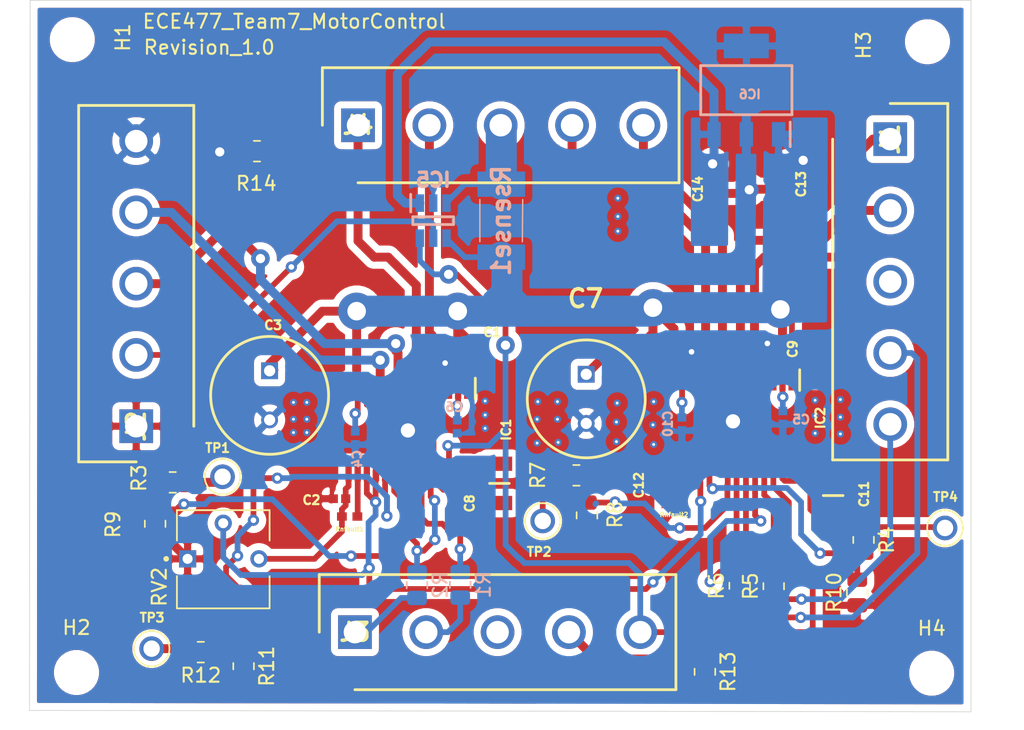
<source format=kicad_pcb>
(kicad_pcb (version 20171130) (host pcbnew "(5.1.9)-1")
  (layers (0 F.Cu signal) (31 B.Cu signal) (34 B.Paste user) (35 F.Paste user) (36 B.SilkS user) (37 F.SilkS user) (38 B.Mask user) (39 F.Mask user) (44 Edge.Cuts user))
  (net 0 "")
  (net 1 "Net-(C1-Pad1)")
  (net 2 GND)
  (net 3 GND1)
  (net 4 "Net-(C8-Pad2)")
  (net 5 "Net-(C8-Pad1)")
  (net 6 "Net-(C9-Pad1)")
  (net 7 "Net-(C11-Pad2)")
  (net 8 "Net-(C11-Pad1)")
  (net 9 "Net-(C12-Pad1)")
  (net 10 /3.3V_regulator)
  (net 11 /nsleep)
  (net 12 /PWM1)
  (net 13 /PWM2)
  (net 14 "Net-(IC1-Pad16)")
  (net 15 /M1-)
  (net 16 /M1+)
  (net 17 /PWM3)
  (net 18 /PWM4)
  (net 19 "Net-(IC2-Pad16)")
  (net 20 /M2-)
  (net 21 /M2+)
  (net 22 /M3-)
  (net 23 /M3+)
  (net 24 /M4-)
  (net 25 /M4+)
  (net 26 /Current_sense)
  (net 27 "Net-(IC1-Pad23)")
  (net 28 "Net-(IC1-Pad22)")
  (net 29 "Net-(IC2-Pad23)")
  (net 30 "Net-(IC2-Pad22)")
  (net 31 "Net-(J3-Pad3)")
  (net 32 "Net-(IC2-Pad20)")
  (net 33 /DVDD_IC1)
  (net 34 /Vref_IC1)
  (net 35 /12V-)
  (net 36 /12V+)
  (net 37 "Net-(J1-Pad3)")
  (net 38 "Net-(R3-Pad1)")
  (net 39 "Net-(R4-Pad1)")
  (net 40 "Net-(R7-Pad1)")
  (net 41 /IC2_Toff)
  (net 42 /IC2_Decay)
  (net 43 /IC1_Decay)
  (net 44 /IC1_Toff)
  (net 45 "Net-(R12-Pad2)")
  (net 46 /R13_2)
  (module Resistor_SMD:R_0805_2012Metric (layer F.Cu) (at 119.85 49.15)
    (fp_text reference R14 (at -0.05 2.3) (layer F.SilkS))
    (fp_text value 0)
    (pad 2 smd roundrect (at 0.9125 0) (size 1.025 1.4) (layers F.Cu F.Paste F.Mask) (roundrect_rratio 0.243902) (net 2 GND))
    (pad 1 smd roundrect (at -0.9125 0) (size 1.025 1.4) (layers F.Cu F.Paste F.Mask) (roundrect_rratio 0.243902) (net 3 GND1))
  )
  (module Resistor_SMD:R_0805_2012Metric (layer F.Cu) (at 151.75 86.25 270)
    (fp_text reference R13 (at 0 -1.65 90) (layer F.SilkS))
    (fp_text value 10)
    (pad 2 smd roundrect (at 0.9125 0 270) (size 1.025 1.4) (layers F.Cu F.Paste F.Mask) (roundrect_rratio 0.2439014634146341) (net 2 GND))
    (pad 1 smd roundrect (at -0.9125 0 270) (size 1.025 1.4) (layers F.Cu F.Paste F.Mask) (roundrect_rratio 0.2439014634146341) (net 2 GND))
  )
  (module Resistor_SMD:R_0805_2012Metric (layer F.Cu) (at 115.85 84.85 180)
    (fp_text reference R12 (at 0 -1.65) (layer F.SilkS))
    (fp_text value 2.2k)
    (pad 2 smd roundrect (at 0.9125 0 180) (size 1.025 1.4) (layers F.Cu F.Paste F.Mask) (roundrect_rratio 0.2439014634146341) (net 45 "Net-(R12-Pad2)"))
    (pad 1 smd roundrect (at -0.9125 0 180) (size 1.025 1.4) (layers F.Cu F.Paste F.Mask) (roundrect_rratio 0.2439014634146341) (net 44 /IC1_Toff))
  )
  (module Resistor_SMD:R_0805_2012Metric (layer F.Cu) (at 118.9 85.85 270)
    (fp_text reference R11 (at 0 -1.65 90) (layer F.SilkS))
    (fp_text value 10k)
    (pad 2 smd roundrect (at 0.9125 0 270) (size 1.025 1.4) (layers F.Cu F.Paste F.Mask) (roundrect_rratio 0.2439014634146341) (net 46 /R13_2))
    (pad 1 smd roundrect (at -0.9125 0 270) (size 1.025 1.4) (layers F.Cu F.Paste F.Mask) (roundrect_rratio 0.2439014634146341) (net 44 /IC1_Toff))
  )
  (module MountingHole:MountingHole_2.2mm_M2 (layer F.Cu) (at 167.9 86.35)
    (fp_text reference H4 (at 0 -3.2) (layer F.SilkS))
    (fp_text value MountingHole)
    (pad 1 np_thru_hole circle (at 0 0) (size 2.2 2.2) (drill 2.2) (layers *.Cu *.Mask))
  )
  (module MountingHole:MountingHole_2.2mm_M2 (layer F.Cu) (at 167.6 41.35)
    (fp_text reference H3 (at -4.55 0.25 90) (layer F.SilkS))
    (fp_text value MountingHole)
    (pad 1 np_thru_hole circle (at 0 0) (size 2.2 2.2) (drill 2.2) (layers *.Cu *.Mask))
  )
  (module MountingHole:MountingHole_2.2mm_M2 (layer F.Cu) (at 107 86.3)
    (fp_text reference H2 (at 0 -3.2) (layer F.SilkS))
    (fp_text value MountingHole)
    (pad 1 np_thru_hole circle (at 0 0) (size 2.2 2.2) (drill 2.2) (layers *.Cu *.Mask))
  )
  (module MountingHole:MountingHole_2.2mm_M2 (layer F.Cu) (at 106.7 41.2)
    (fp_text reference H1 (at 3.6 -0.15 90) (layer F.SilkS))
    (fp_text value MountingHole)
    (pad 1 np_thru_hole circle (at 0 0) (size 2.2 2.2) (drill 2.2) (layers *.Cu *.Mask))
  )
  (module Resistor_SMD:R_0805_2012Metric (layer F.Cu) (at 162.6 80.6 90)
    (fp_text reference R10 (at 0 -1.65 90) (layer F.SilkS))
    (fp_text value 10k)
    (pad 2 smd roundrect (at 0.9125 0 90) (size 1.025 1.4) (layers F.Cu F.Paste F.Mask) (roundrect_rratio 0.2439014634146341) (net 41 /IC2_Toff))
    (pad 1 smd roundrect (at -0.9125 0 90) (size 1.025 1.4) (layers F.Cu F.Paste F.Mask) (roundrect_rratio 0.2439014634146341) (net 2 GND))
  )
  (module Resistor_SMD:R_0805_2012Metric (layer F.Cu) (at 112.6 75.7 270)
    (fp_text reference R9 (at 0.05 3 90) (layer F.SilkS))
    (fp_text value 10k)
    (pad 2 smd roundrect (at 0.9125 0 270) (size 1.025 1.4) (layers F.Cu F.Paste F.Mask) (roundrect_rratio 0.2439014634146341) (net 2 GND))
    (pad 1 smd roundrect (at -0.9125 0 270) (size 1.025 1.4) (layers F.Cu F.Paste F.Mask) (roundrect_rratio 0.2439014634146341) (net 43 /IC1_Decay))
  )
  (module Resistor_SMD:R_0805_2012Metric (layer F.Cu) (at 143.35 75.1 270)
    (fp_text reference R8 (at -0.05 -2 90) (layer F.SilkS))
    (fp_text value 10k)
    (pad 2 smd roundrect (at 0.9125 0 270) (size 1.025 1.4) (layers F.Cu F.Paste F.Mask) (roundrect_rratio 0.2439014634146341) (net 2 GND))
    (pad 1 smd roundrect (at -0.9125 0 270) (size 1.025 1.4) (layers F.Cu F.Paste F.Mask) (roundrect_rratio 0.2439014634146341) (net 42 /IC2_Decay))
  )
  (module Resistor_SMD:R_0805_2012Metric (layer F.Cu) (at 142.6 72.25)
    (fp_text reference R7 (at -2.75 0 90) (layer F.SilkS))
    (fp_text value 2.2k)
    (pad 2 smd roundrect (at 0.9125 0) (size 1.025 1.4) (layers F.Cu F.Paste F.Mask) (roundrect_rratio 0.2439014634146341) (net 42 /IC2_Decay))
    (pad 1 smd roundrect (at -0.9125 0) (size 1.025 1.4) (layers F.Cu F.Paste F.Mask) (roundrect_rratio 0.2439014634146341) (net 40 "Net-(R7-Pad1)"))
  )
  (module Resistor_SMD:R_0805_2012Metric (layer F.Cu) (at 163.05 76.85 270)
    (fp_text reference R4 (at 0 -1.65 90) (layer F.SilkS))
    (fp_text value 2.2k)
    (pad 2 smd roundrect (at 0.9125 0 270) (size 1.025 1.4) (layers F.Cu F.Paste F.Mask) (roundrect_rratio 0.2439014634146341) (net 41 /IC2_Toff))
    (pad 1 smd roundrect (at -0.9125 0 270) (size 1.025 1.4) (layers F.Cu F.Paste F.Mask) (roundrect_rratio 0.2439014634146341) (net 39 "Net-(R4-Pad1)"))
  )
  (module Resistor_SMD:R_0805_2012Metric (layer F.Cu) (at 113.85 72.75 180)
    (fp_text reference R3 (at 2.4 0.3 270) (layer F.SilkS))
    (fp_text value 2.2k)
    (pad 2 smd roundrect (at 0.9125 0 180) (size 1.025 1.4) (layers F.Cu F.Paste F.Mask) (roundrect_rratio 0.2439014634146341) (net 43 /IC1_Decay))
    (pad 1 smd roundrect (at -0.9125 0 180) (size 1.025 1.4) (layers F.Cu F.Paste F.Mask) (roundrect_rratio 0.2439014634146341) (net 38 "Net-(R3-Pad1)"))
  )
  (module 5000_TestPoint:KEYSTONE_5000 (layer F.Cu) (at 168.85 76)
    (fp_text reference TP4 (at 0.032 -2.2064) (layer F.SilkS) (effects (font (size 0.64 0.64))))
    (fp_text value TestPoint)
    (pad 1 thru_hole circle (at 0 0) (size 1.755 1.755) (drill 1.17) (layers *.Cu *.Mask) (net 39 "Net-(R4-Pad1)"))
  )
  (module "25k potentiometer:TRIM_3362P-1-253LF" (layer F.Cu) (at 117.45 78.2)
    (fp_text reference RV2 (at -4.55 2 90) (layer F.SilkS) (effects (font (size 1.002756 1.002756))))
    (fp_text value R_POT_Small)
    (pad 1 thru_hole rect (at -2.54 0) (size 1.222 1.222) (drill 0.714) (layers *.Cu *.Mask) (net 2 GND))
    (pad 2 thru_hole circle (at 0 -2.54) (size 1.222 1.222) (drill 0.714) (layers *.Cu *.Mask) (net 34 /Vref_IC1))
    (pad 3 thru_hole circle (at 2.54 0) (size 1.222 1.222) (drill 0.714) (layers *.Cu *.Mask) (net 33 /DVDD_IC1))
  )
  (module 5000_TestPoint:KEYSTONE_5000 (layer F.Cu) (at 140.2 75.5)
    (fp_text reference TP2 (at -0.25 2.2) (layer F.SilkS) (effects (font (size 0.64 0.64))))
    (fp_text value TestPoint)
    (pad 1 thru_hole circle (at 0 0) (size 1.755 1.755) (drill 1.17) (layers *.Cu *.Mask) (net 40 "Net-(R7-Pad1)"))
  )
  (module 5000_TestPoint:KEYSTONE_5000 (layer F.Cu) (at 112.35 84.6)
    (fp_text reference TP3 (at 0.032 -2.2064) (layer F.SilkS) (effects (font (size 0.64 0.64))))
    (fp_text value TestPoint)
    (pad 1 thru_hole circle (at 0 0) (size 1.755 1.755) (drill 1.17) (layers *.Cu *.Mask) (net 45 "Net-(R12-Pad2)"))
  )
  (module 5000_TestPoint:KEYSTONE_5000 (layer F.Cu) (at 117.4 72.35)
    (fp_text reference TP1 (at -0.35 -2.05) (layer F.SilkS) (effects (font (size 0.64 0.64))))
    (fp_text value TestPoint)
    (pad 1 thru_hole circle (at 0 0) (size 1.755 1.755) (drill 1.17) (layers *.Cu *.Mask) (net 38 "Net-(R3-Pad1)"))
  )
  (module HMK105B7103KVHFE:CAPC1005X55N (layer F.Cu) (at 152.3 51.7 270)
    (fp_text reference C14 (at 0.15 1.05 270) (layer F.SilkS) (effects (font (size 0.635 0.635) (thickness 0.15875))))
    (fp_text value 0.01u hide)
    (pad 1 smd rect (at -0.46 0 270) (size 0.6 0.62) (layers F.Cu F.Paste F.Mask) (net 10 /3.3V_regulator))
    (pad 2 smd rect (at 0.46 0 270) (size 0.6 0.62) (layers F.Cu F.Paste F.Mask) (net 3 GND1))
  )
  (module HMK105B7103KVHFE:CAPC1005X55N (layer F.Cu) (at 157.3 51.4 270)
    (fp_text reference C13 (at 0.1 -1.3 270) (layer F.SilkS) (effects (font (size 0.635 0.635) (thickness 0.15875))))
    (fp_text value 0.01u hide)
    (pad 1 smd rect (at -0.46 0 270) (size 0.6 0.62) (layers F.Cu F.Paste F.Mask) (net 35 /12V-))
    (pad 2 smd rect (at 0.46 0 270) (size 0.6 0.62) (layers F.Cu F.Paste F.Mask) (net 3 GND1))
  )
  (module SamacSys_Parts:SHDR5W100P0X508_1X5_2540X820X1000P (layer F.Cu) (at 126.827 83.424)
    (fp_text reference J3 (at 0 0) (layer F.SilkS) (effects (font (size 1.27 1.27) (thickness 0.254))))
    (fp_text value TB006-508-05BE hide)
    (pad 1 thru_hole rect (at 0 0) (size 2.4 2.4) (drill 1.6) (layers *.Cu *.Mask) (net 13 /PWM2))
    (pad 2 thru_hole circle (at 5.08 0) (size 2.4 2.4) (drill 1.6) (layers *.Cu *.Mask) (net 12 /PWM1))
    (pad 3 thru_hole circle (at 10.16 0) (size 2.4 2.4) (drill 1.6) (layers *.Cu *.Mask) (net 31 "Net-(J3-Pad3)"))
    (pad 4 thru_hole circle (at 15.24 0) (size 2.4 2.4) (drill 1.6) (layers *.Cu *.Mask) (net 2 GND))
    (pad 5 thru_hole circle (at 20.32 0) (size 2.4 2.4) (drill 1.6) (layers *.Cu *.Mask) (net 11 /nsleep))
  )
  (module SamacSys_Parts:SHDR5W100P0X508_1X5_2540X820X1000P (layer F.Cu) (at 111.252 68.749 90)
    (fp_text reference J2 (at 0 0 90) (layer F.SilkS) (effects (font (size 1.27 1.27) (thickness 0.254))))
    (fp_text value TB006-508-05BE hide)
    (pad 5 thru_hole circle (at 20.32 0 90) (size 2.4 2.4) (drill 1.6) (layers *.Cu *.Mask) (net 3 GND1))
    (pad 4 thru_hole circle (at 15.24 0 90) (size 2.4 2.4) (drill 1.6) (layers *.Cu *.Mask) (net 21 /M2+))
    (pad 3 thru_hole circle (at 10.16 0 90) (size 2.4 2.4) (drill 1.6) (layers *.Cu *.Mask) (net 20 /M2-))
    (pad 2 thru_hole circle (at 5.08 0 90) (size 2.4 2.4) (drill 1.6) (layers *.Cu *.Mask) (net 26 /Current_sense))
    (pad 1 thru_hole rect (at 0 0 90) (size 2.4 2.4) (drill 1.6) (layers *.Cu *.Mask) (net 2 GND))
  )
  (module SamacSys_Parts:SHDR5W100P0X508_1X5_2540X820X1000P (layer F.Cu) (at 127.05 47.3)
    (fp_text reference J4 (at 0 0) (layer F.SilkS) (effects (font (size 1.27 1.27) (thickness 0.254))))
    (fp_text value TB006-508-05BE hide)
    (pad 5 thru_hole circle (at 20.32 0) (size 2.4 2.4) (drill 1.6) (layers *.Cu *.Mask) (net 24 /M4-))
    (pad 4 thru_hole circle (at 15.24 0) (size 2.4 2.4) (drill 1.6) (layers *.Cu *.Mask) (net 25 /M4+))
    (pad 3 thru_hole circle (at 10.16 0) (size 2.4 2.4) (drill 1.6) (layers *.Cu *.Mask) (net 36 /12V+))
    (pad 2 thru_hole circle (at 5.08 0) (size 2.4 2.4) (drill 1.6) (layers *.Cu *.Mask) (net 16 /M1+))
    (pad 1 thru_hole rect (at 0 0) (size 2.4 2.4) (drill 1.6) (layers *.Cu *.Mask) (net 15 /M1-))
  )
  (module SamacSys_Parts:SHDR5W100P0X508_1X5_2540X820X1000P (layer F.Cu) (at 164.948 48.29 270)
    (fp_text reference J1 (at 0 0 90) (layer F.SilkS) (effects (font (size 1.27 1.27) (thickness 0.254))))
    (fp_text value TB006-508-05BE hide)
    (pad 5 thru_hole circle (at 20.32 0 270) (size 2.4 2.4) (drill 1.6) (layers *.Cu *.Mask) (net 17 /PWM3))
    (pad 4 thru_hole circle (at 15.24 0 270) (size 2.4 2.4) (drill 1.6) (layers *.Cu *.Mask) (net 18 /PWM4))
    (pad 3 thru_hole circle (at 10.16 0 270) (size 2.4 2.4) (drill 1.6) (layers *.Cu *.Mask) (net 37 "Net-(J1-Pad3)"))
    (pad 2 thru_hole circle (at 5.08 0 270) (size 2.4 2.4) (drill 1.6) (layers *.Cu *.Mask) (net 23 /M3+))
    (pad 1 thru_hole rect (at 0 0 270) (size 2.4 2.4) (drill 1.6) (layers *.Cu *.Mask) (net 22 /M3-))
  )
  (module Resistor_SMD:R_0805_2012Metric (layer F.Cu) (at 154.228 80.121 90)
    (fp_text reference R6 (at 0 -1.65 90) (layer F.SilkS))
    (fp_text value 1k)
    (pad 2 smd roundrect (at 0.9125 0 90) (size 1.025 1.4) (layers F.Cu F.Paste F.Mask) (roundrect_rratio 0.2439014634146341) (net 30 "Net-(IC2-Pad22)"))
    (pad 1 smd roundrect (at -0.9125 0 90) (size 1.025 1.4) (layers F.Cu F.Paste F.Mask) (roundrect_rratio 0.2439014634146341) (net 18 /PWM4))
  )
  (module Resistor_SMD:R_0805_2012Metric (layer F.Cu) (at 156.65 80.15 90)
    (fp_text reference R5 (at 0 -1.65 90) (layer F.SilkS))
    (fp_text value 1k)
    (pad 2 smd roundrect (at 0.9125 0 90) (size 1.025 1.4) (layers F.Cu F.Paste F.Mask) (roundrect_rratio 0.2439014634146341) (net 29 "Net-(IC2-Pad23)"))
    (pad 1 smd roundrect (at -0.9125 0 90) (size 1.025 1.4) (layers F.Cu F.Paste F.Mask) (roundrect_rratio 0.2439014634146341) (net 17 /PWM3))
  )
  (module Resistor_SMD:R_0805_2012Metric (layer B.Cu) (at 131.25 80.075 90)
    (fp_text reference R2 (at 0 1.65 90) (layer B.SilkS) (effects (justify mirror)))
    (fp_text value 1k)
    (pad 2 smd roundrect (at 0.9125 0 90) (size 1.025 1.4) (layers B.Cu B.Paste B.Mask) (roundrect_rratio 0.2439014634146341) (net 28 "Net-(IC1-Pad22)"))
    (pad 1 smd roundrect (at -0.9125 0 90) (size 1.025 1.4) (layers B.Cu B.Paste B.Mask) (roundrect_rratio 0.2439014634146341) (net 13 /PWM2))
  )
  (module Resistor_SMD:R_0805_2012Metric (layer B.Cu) (at 134.325 80.05 90)
    (fp_text reference R1 (at 0 1.65 270) (layer B.SilkS) (effects (justify mirror)))
    (fp_text value 1k)
    (pad 2 smd roundrect (at 0.9125 0 90) (size 1.025 1.4) (layers B.Cu B.Paste B.Mask) (roundrect_rratio 0.2439014634146341) (net 27 "Net-(IC1-Pad23)"))
    (pad 1 smd roundrect (at -0.9125 0 90) (size 1.025 1.4) (layers B.Cu B.Paste B.Mask) (roundrect_rratio 0.2439014634146341) (net 12 /PWM1))
  )
  (module SamacSys_Parts:SOT230P700X180-4N (layer B.Cu) (at 154.7 44.8 90)
    (fp_text reference IC6 (at -0.3 0.25) (layer B.SilkS) (effects (font (size 0.635 0.635) (thickness 0.15875)) (justify mirror)))
    (fp_text value TPS7B8333QDCYRQ1 hide)
    (pad 4 smd rect (at 3.15 0 90) (size 1.75 3.2) (layers B.Cu B.Paste B.Mask) (net 3 GND1))
    (pad 3 smd rect (at -3.15 -2.3) (size 0.95 1.75) (layers B.Cu B.Paste B.Mask) (net 10 /3.3V_regulator))
    (pad 2 smd rect (at -3.15 0) (size 0.95 1.75) (layers B.Cu B.Paste B.Mask) (net 3 GND1))
    (pad 1 smd rect (at -3.15 2.3) (size 0.95 1.75) (layers B.Cu B.Paste B.Mask) (net 35 /12V-))
  )
  (module CSS2H-2512R-L300F:CSS2H2512RL300F (layer B.Cu) (at 137.25 54.1 270)
    (fp_text reference Rsense1 (at 0 0 270) (layer B.SilkS) (effects (font (size 1.27 1.27) (thickness 0.254)) (justify mirror)))
    (fp_text value CSS2H-2512R-L300F hide)
    (pad 2 smd rect (at 2.6 0 270) (size 1.8 3.4) (layers B.Cu B.Paste B.Mask) (net 35 /12V-))
    (pad 1 smd rect (at -2.6 0 270) (size 1.8 3.4) (layers B.Cu B.Paste B.Mask) (net 36 /12V+))
  )
  (module MAX44284FAUT+T:SOT95P280X145-6N (layer B.Cu) (at 132.4 54.1 270)
    (fp_text reference IC5 (at -2.9 0) (layer B.SilkS) (effects (font (thickness 0.25)) (justify mirror)))
    (fp_text value MAX44284FAUT+T hide)
    (pad 1 smd rect (at -1.25 0.95 180) (size 0.6 1.25) (layers B.Cu B.Paste B.Mask) (net 10 /3.3V_regulator))
    (pad 2 smd rect (at -1.25 0 180) (size 0.6 1.25) (layers B.Cu B.Paste B.Mask) (net 3 GND1))
    (pad 3 smd rect (at -1.25 -0.95 180) (size 0.6 1.25) (layers B.Cu B.Paste B.Mask) (net 36 /12V+))
    (pad 4 smd rect (at 1.25 -0.95 180) (size 0.6 1.25) (layers B.Cu B.Paste B.Mask) (net 35 /12V-))
    (pad 5 smd rect (at 1.25 0 180) (size 0.6 1.25) (layers B.Cu B.Paste B.Mask) (net 26 /Current_sense))
    (pad 6 smd rect (at 1.25 0.95 180) (size 0.6 1.25) (layers B.Cu B.Paste B.Mask) (net 11 /nsleep))
  )
  (module HMK105B7103KVHFE:CAPC1005X55N (layer B.Cu) (at 157.3 68.125 270)
    (fp_text reference C5 (at 0.15 -1.3) (layer B.SilkS) (effects (font (size 0.635 0.635) (thickness 0.15875)) (justify mirror)))
    (fp_text value 0.01u hide)
    (pad 2 smd rect (at 0.46 0 270) (size 0.6 0.62) (layers B.Cu B.Paste B.Mask) (net 3 GND1))
    (pad 1 smd rect (at -0.46 0 270) (size 0.6 0.62) (layers B.Cu B.Paste B.Mask) (net 35 /12V-))
  )
  (module MCS04020D4701BE000:RESC1005X37N (layer F.Cu) (at 149.564 74.293)
    (fp_text reference Rnfault2 (at -0.014 0.757) (layer F.SilkS) (effects (font (size 0.3175 0.3175) (thickness 0.079375))))
    (fp_text value 4.7k hide)
    (pad 2 smd rect (at 0.55 0 90) (size 0.6 0.7) (layers F.Cu F.Paste F.Mask) (net 19 "Net-(IC2-Pad16)"))
    (pad 1 smd rect (at -0.55 0 90) (size 0.6 0.7) (layers F.Cu F.Paste F.Mask) (net 9 "Net-(C12-Pad1)"))
  )
  (module MCS04020D4701BE000:RESC1005X37N (layer F.Cu) (at 126.45 75.184)
    (fp_text reference Rnfault1 (at 0 0.9 -180) (layer F.SilkS) (effects (font (size 0.3175 0.3175) (thickness 0.079375))))
    (fp_text value 4.7k hide)
    (pad 2 smd rect (at 0.55 0 90) (size 0.6 0.7) (layers F.Cu F.Paste F.Mask) (net 14 "Net-(IC1-Pad16)"))
    (pad 1 smd rect (at -0.55 0 90) (size 0.6 0.7) (layers F.Cu F.Paste F.Mask) (net 33 /DVDD_IC1))
  )
  (module DRV8424PPWPR:SOP65P640X120-29N (layer F.Cu) (at 153.7 68.4 270)
    (fp_text reference IC2 (at -0.238 -6.275 90) (layer F.SilkS) (effects (font (size 0.635 0.635) (thickness 0.15875))))
    (fp_text value DRV8424PPWPR hide)
    (pad 29 smd rect (at 0 0 270) (size 3.1 4.05) (layers F.Cu F.Paste F.Mask) (net 3 GND1))
    (pad 28 smd rect (at 2.938 -4.225) (size 0.45 1.475) (layers F.Cu F.Paste F.Mask) (net 7 "Net-(C11-Pad2)"))
    (pad 27 smd rect (at 2.938 -3.575) (size 0.45 1.475) (layers F.Cu F.Paste F.Mask) (net 8 "Net-(C11-Pad1)"))
    (pad 26 smd rect (at 2.938 -2.925) (size 0.45 1.475) (layers F.Cu F.Paste F.Mask) (net 11 /nsleep))
    (pad 25 smd rect (at 2.938 -2.275) (size 0.45 1.475) (layers F.Cu F.Paste F.Mask) (net 29 "Net-(IC2-Pad23)"))
    (pad 24 smd rect (at 2.938 -1.625) (size 0.45 1.475) (layers F.Cu F.Paste F.Mask) (net 30 "Net-(IC2-Pad22)"))
    (pad 23 smd rect (at 2.938 -0.975) (size 0.45 1.475) (layers F.Cu F.Paste F.Mask) (net 29 "Net-(IC2-Pad23)"))
    (pad 22 smd rect (at 2.938 -0.325) (size 0.45 1.475) (layers F.Cu F.Paste F.Mask) (net 30 "Net-(IC2-Pad22)"))
    (pad 21 smd rect (at 2.938 0.325) (size 0.45 1.475) (layers F.Cu F.Paste F.Mask) (net 42 /IC2_Decay))
    (pad 20 smd rect (at 2.938 0.975) (size 0.45 1.475) (layers F.Cu F.Paste F.Mask) (net 42 /IC2_Decay))
    (pad 19 smd rect (at 2.938 1.625) (size 0.45 1.475) (layers F.Cu F.Paste F.Mask) (net 41 /IC2_Toff))
    (pad 18 smd rect (at 2.938 2.275) (size 0.45 1.475) (layers F.Cu F.Paste F.Mask) (net 34 /Vref_IC1))
    (pad 17 smd rect (at 2.938 2.925) (size 0.45 1.475) (layers F.Cu F.Paste F.Mask) (net 34 /Vref_IC1))
    (pad 16 smd rect (at 2.938 3.575) (size 0.45 1.475) (layers F.Cu F.Paste F.Mask) (net 19 "Net-(IC2-Pad16)"))
    (pad 15 smd rect (at 2.938 4.225) (size 0.45 1.475) (layers F.Cu F.Paste F.Mask) (net 9 "Net-(C12-Pad1)"))
    (pad 14 smd rect (at -2.938 4.225) (size 0.45 1.475) (layers F.Cu F.Paste F.Mask) (net 2 GND))
    (pad 13 smd rect (at -2.938 3.575) (size 0.45 1.475) (layers F.Cu F.Paste F.Mask) (net 35 /12V-))
    (pad 12 smd rect (at -2.938 2.925) (size 0.45 1.475) (layers F.Cu F.Paste F.Mask) (net 3 GND1))
    (pad 11 smd rect (at -2.938 2.275) (size 0.45 1.475) (layers F.Cu F.Paste F.Mask) (net 25 /M4+))
    (pad 10 smd rect (at -2.938 1.625) (size 0.45 1.475) (layers F.Cu F.Paste F.Mask) (net 25 /M4+))
    (pad 9 smd rect (at -2.938 0.975) (size 0.45 1.475) (layers F.Cu F.Paste F.Mask) (net 24 /M4-))
    (pad 8 smd rect (at -2.938 0.325) (size 0.45 1.475) (layers F.Cu F.Paste F.Mask) (net 24 /M4-))
    (pad 7 smd rect (at -2.938 -0.325) (size 0.45 1.475) (layers F.Cu F.Paste F.Mask) (net 22 /M3-))
    (pad 6 smd rect (at -2.938 -0.975) (size 0.45 1.475) (layers F.Cu F.Paste F.Mask) (net 22 /M3-))
    (pad 5 smd rect (at -2.938 -1.625) (size 0.45 1.475) (layers F.Cu F.Paste F.Mask) (net 23 /M3+))
    (pad 4 smd rect (at -2.938 -2.275) (size 0.45 1.475) (layers F.Cu F.Paste F.Mask) (net 23 /M3+))
    (pad 3 smd rect (at -2.938 -2.925) (size 0.45 1.475) (layers F.Cu F.Paste F.Mask) (net 3 GND1))
    (pad 2 smd rect (at -2.938 -3.575) (size 0.45 1.475) (layers F.Cu F.Paste F.Mask) (net 35 /12V-))
    (pad 1 smd rect (at -2.938 -4.225) (size 0.45 1.475) (layers F.Cu F.Paste F.Mask) (net 6 "Net-(C9-Pad1)"))
  )
  (module DRV8424PPWPR:SOP65P640X120-29N (layer F.Cu) (at 130.6 69 270)
    (fp_text reference IC1 (at 0 -7 90) (layer F.SilkS) (effects (font (size 0.635 0.635) (thickness 0.15875))))
    (fp_text value DRV8424PPWPR hide)
    (pad 29 smd rect (at 0 0 270) (size 3.1 4.05) (layers F.Cu F.Paste F.Mask) (net 3 GND1))
    (pad 28 smd rect (at 2.938 -4.225) (size 0.45 1.475) (layers F.Cu F.Paste F.Mask) (net 4 "Net-(C8-Pad2)"))
    (pad 27 smd rect (at 2.938 -3.575) (size 0.45 1.475) (layers F.Cu F.Paste F.Mask) (net 5 "Net-(C8-Pad1)"))
    (pad 26 smd rect (at 2.938 -2.925) (size 0.45 1.475) (layers F.Cu F.Paste F.Mask) (net 11 /nsleep))
    (pad 25 smd rect (at 2.938 -2.275) (size 0.45 1.475) (layers F.Cu F.Paste F.Mask) (net 27 "Net-(IC1-Pad23)"))
    (pad 24 smd rect (at 2.938 -1.625) (size 0.45 1.475) (layers F.Cu F.Paste F.Mask) (net 28 "Net-(IC1-Pad22)"))
    (pad 23 smd rect (at 2.938 -0.975) (size 0.45 1.475) (layers F.Cu F.Paste F.Mask) (net 27 "Net-(IC1-Pad23)"))
    (pad 22 smd rect (at 2.938 -0.325) (size 0.45 1.475) (layers F.Cu F.Paste F.Mask) (net 28 "Net-(IC1-Pad22)"))
    (pad 21 smd rect (at 2.938 0.325) (size 0.45 1.475) (layers F.Cu F.Paste F.Mask) (net 43 /IC1_Decay))
    (pad 20 smd rect (at 2.938 0.975) (size 0.45 1.475) (layers F.Cu F.Paste F.Mask) (net 43 /IC1_Decay))
    (pad 19 smd rect (at 2.938 1.625) (size 0.45 1.475) (layers F.Cu F.Paste F.Mask) (net 44 /IC1_Toff))
    (pad 18 smd rect (at 2.938 2.275) (size 0.45 1.475) (layers F.Cu F.Paste F.Mask) (net 34 /Vref_IC1))
    (pad 17 smd rect (at 2.938 2.925) (size 0.45 1.475) (layers F.Cu F.Paste F.Mask) (net 34 /Vref_IC1))
    (pad 16 smd rect (at 2.938 3.575) (size 0.45 1.475) (layers F.Cu F.Paste F.Mask) (net 14 "Net-(IC1-Pad16)"))
    (pad 15 smd rect (at 2.938 4.225) (size 0.45 1.475) (layers F.Cu F.Paste F.Mask) (net 33 /DVDD_IC1))
    (pad 14 smd rect (at -2.938 4.225) (size 0.45 1.475) (layers F.Cu F.Paste F.Mask) (net 2 GND))
    (pad 13 smd rect (at -2.938 3.575) (size 0.45 1.475) (layers F.Cu F.Paste F.Mask) (net 35 /12V-))
    (pad 12 smd rect (at -2.938 2.925) (size 0.45 1.475) (layers F.Cu F.Paste F.Mask) (net 3 GND1))
    (pad 11 smd rect (at -2.938 2.275) (size 0.45 1.475) (layers F.Cu F.Paste F.Mask) (net 21 /M2+))
    (pad 10 smd rect (at -2.938 1.625) (size 0.45 1.475) (layers F.Cu F.Paste F.Mask) (net 21 /M2+))
    (pad 9 smd rect (at -2.938 0.975) (size 0.45 1.475) (layers F.Cu F.Paste F.Mask) (net 20 /M2-))
    (pad 8 smd rect (at -2.938 0.325) (size 0.45 1.475) (layers F.Cu F.Paste F.Mask) (net 20 /M2-))
    (pad 7 smd rect (at -2.938 -0.325) (size 0.45 1.475) (layers F.Cu F.Paste F.Mask) (net 15 /M1-))
    (pad 6 smd rect (at -2.938 -0.975) (size 0.45 1.475) (layers F.Cu F.Paste F.Mask) (net 15 /M1-))
    (pad 5 smd rect (at -2.938 -1.625) (size 0.45 1.475) (layers F.Cu F.Paste F.Mask) (net 16 /M1+))
    (pad 4 smd rect (at -2.938 -2.275) (size 0.45 1.475) (layers F.Cu F.Paste F.Mask) (net 16 /M1+))
    (pad 3 smd rect (at -2.938 -2.925) (size 0.45 1.475) (layers F.Cu F.Paste F.Mask) (net 3 GND1))
    (pad 2 smd rect (at -2.938 -3.575) (size 0.45 1.475) (layers F.Cu F.Paste F.Mask) (net 35 /12V-))
    (pad 1 smd rect (at -2.938 -4.225) (size 0.45 1.475) (layers F.Cu F.Paste F.Mask) (net 1 "Net-(C1-Pad1)"))
  )
  (module C0402C474K9RACTU:CAPC1005X55N (layer F.Cu) (at 148.59 72.898 180)
    (fp_text reference C12 (at 1.54 -0.052 270) (layer F.SilkS) (effects (font (size 0.635 0.635) (thickness 0.15875))))
    (fp_text value 0.47u hide)
    (pad 2 smd rect (at 0.44 0 270) (size 0.62 0.65) (layers F.Cu F.Paste F.Mask) (net 2 GND))
    (pad 1 smd rect (at -0.44 0 270) (size 0.62 0.65) (layers F.Cu F.Paste F.Mask) (net 9 "Net-(C12-Pad1)"))
  )
  (module C1206C223KMRECTU:CAPC3216X88N (layer F.Cu) (at 160.884 73.69 90)
    (fp_text reference C11 (at 0.1 2.2 270) (layer F.SilkS) (effects (font (size 0.635 0.635) (thickness 0.15875))))
    (fp_text value 0.022u hide)
    (pad 2 smd rect (at 1.4 0 90) (size 1.02 1.82) (layers F.Cu F.Paste F.Mask) (net 7 "Net-(C11-Pad2)"))
    (pad 1 smd rect (at -1.4 0 90) (size 1.02 1.82) (layers F.Cu F.Paste F.Mask) (net 8 "Net-(C11-Pad1)"))
  )
  (module HMK105B7103KVHFE:CAPC1005X55N (layer B.Cu) (at 150.114 68.58 270)
    (fp_text reference C10 (at 0 1 90) (layer B.SilkS) (effects (font (size 0.635 0.635) (thickness 0.15875)) (justify mirror)))
    (fp_text value 0.01u hide)
    (pad 2 smd rect (at 0.46 0 270) (size 0.6 0.62) (layers B.Cu B.Paste B.Mask) (net 3 GND1))
    (pad 1 smd rect (at -0.46 0 270) (size 0.6 0.62) (layers B.Cu B.Paste B.Mask) (net 35 /12V-))
  )
  (module C0402C224M4RACTU:CAPC1005X55N (layer F.Cu) (at 158.9 63.35 270)
    (fp_text reference C9 (at -0.1 0.9 90) (layer F.SilkS) (effects (font (size 0.635 0.635) (thickness 0.15875))))
    (fp_text value 0.22u hide)
    (pad 2 smd rect (at 0.44 0) (size 0.62 0.65) (layers F.Cu F.Paste F.Mask) (net 35 /12V-))
    (pad 1 smd rect (at -0.44 0) (size 0.62 0.65) (layers F.Cu F.Paste F.Mask) (net 6 "Net-(C9-Pad1)"))
  )
  (module C1206C223KMRECTU:CAPC3216X88N (layer F.Cu) (at 137.116 72.824 90)
    (fp_text reference C8 (at -1.426 -2.116 270) (layer F.SilkS) (effects (font (size 0.635 0.635) (thickness 0.15875))))
    (fp_text value 0.022u hide)
    (pad 2 smd rect (at 1.4 0 90) (size 1.02 1.82) (layers F.Cu F.Paste F.Mask) (net 4 "Net-(C8-Pad2)"))
    (pad 1 smd rect (at -1.4 0 90) (size 1.02 1.82) (layers F.Cu F.Paste F.Mask) (net 5 "Net-(C8-Pad1)"))
  )
  (module SamacSys_Parts:CAPPRD350W60D840H1350 (layer F.Cu) (at 143.3 65.05 270)
    (fp_text reference C7 (at -5.4 0.05 180) (layer F.SilkS) (effects (font (size 1.27 1.27) (thickness 0.254))))
    (fp_text value 100u hide)
    (pad 2 thru_hole circle (at 3.5 0 270) (size 1.2 1.2) (drill 0.8) (layers *.Cu *.Mask) (net 3 GND1))
    (pad 1 thru_hole rect (at 0 0 270) (size 1.2 1.2) (drill 0.8) (layers *.Cu *.Mask) (net 35 /12V-))
  )
  (module HMK105B7103KVHFE:CAPC1005X55N (layer B.Cu) (at 134.112 68.786 270)
    (fp_text reference C6 (at -1.4 0.2) (layer B.SilkS) (effects (font (size 0.635 0.635) (thickness 0.15875)) (justify mirror)))
    (fp_text value 0.01u hide)
    (pad 2 smd rect (at 0.46 0 270) (size 0.6 0.62) (layers B.Cu B.Paste B.Mask) (net 3 GND1))
    (pad 1 smd rect (at -0.46 0 270) (size 0.6 0.62) (layers B.Cu B.Paste B.Mask) (net 35 /12V-))
  )
  (module HMK105B7103KVHFE:CAPC1005X55N (layer B.Cu) (at 126.848 69.578 270)
    (fp_text reference C4 (at 1.5 -0.14 90) (layer B.SilkS) (effects (font (size 0.635 0.635) (thickness 0.15875)) (justify mirror)))
    (fp_text value 0.01u hide)
    (pad 2 smd rect (at 0.46 0 270) (size 0.6 0.62) (layers B.Cu B.Paste B.Mask) (net 3 GND1))
    (pad 1 smd rect (at -0.46 0 270) (size 0.6 0.62) (layers B.Cu B.Paste B.Mask) (net 35 /12V-))
  )
  (module SamacSys_Parts:CAPPRD350W60D840H1350 (layer F.Cu) (at 120.752 64.8 270)
    (fp_text reference C3 (at -3.25 -0.248 180) (layer F.SilkS) (effects (font (size 0.635 0.635) (thickness 0.15875))))
    (fp_text value 100u hide)
    (pad 2 thru_hole circle (at 3.5 0 270) (size 1.2 1.2) (drill 0.8) (layers *.Cu *.Mask) (net 3 GND1))
    (pad 1 thru_hole rect (at 0 0 270) (size 1.2 1.2) (drill 0.8) (layers *.Cu *.Mask) (net 35 /12V-))
  )
  (module C0402C474K9RACTU:CAPC1005X55N (layer F.Cu) (at 125.73 73.914 180)
    (fp_text reference C2 (at 2 -0.1) (layer F.SilkS) (effects (font (size 0.635 0.635) (thickness 0.15875))))
    (fp_text value 0.47u hide)
    (pad 2 smd rect (at 0.44 0 270) (size 0.62 0.65) (layers F.Cu F.Paste F.Mask) (net 2 GND))
    (pad 1 smd rect (at -0.44 0 270) (size 0.62 0.65) (layers F.Cu F.Paste F.Mask) (net 33 /DVDD_IC1))
  )
  (module C0402C224M4RACTU:CAPC1005X55N (layer F.Cu) (at 135.89 63.246 90)
    (fp_text reference C1 (at 1.196 0.71 180) (layer F.SilkS) (effects (font (size 0.635 0.635) (thickness 0.15875))))
    (fp_text value 0.22u hide)
    (pad 2 smd rect (at 0.44 0 180) (size 0.62 0.65) (layers F.Cu F.Paste F.Mask) (net 35 /12V-))
    (pad 1 smd rect (at -0.44 0 180) (size 0.62 0.65) (layers F.Cu F.Paste F.Mask) (net 1 "Net-(C1-Pad1)"))
  )
  (gr_text Revision_1.0 (at 116.45 41.75) (layer F.SilkS) (effects (font (size 1 1))))
  (gr_text ECE477_Team7_MotorControl (at 122.5 39.9) (layer F.SilkS) (effects (font (size 1 1))))
  (gr_line (start 103.65 89) (end 103.7 38.4) (layer Edge.Cuts) (width 0.05))
  (gr_line (start 170.7 89.1) (end 103.65 89) (layer Edge.Cuts) (width 0.05))
  (gr_line (start 170.7 38.4) (end 170.7 89.1) (layer Edge.Cuts) (width 0.05))
  (gr_line (start 103.7 38.4) (end 170.7 38.4) (layer Edge.Cuts) (width 0.05))
  (segment (start 134.8 66.037) (end 134.825 66.062) (width 0.25) (layer F.Cu) (net 1))
  (segment (start 135.89 63.686) (end 135.196 63.686) (width 0.40894) (layer F.Cu) (net 1))
  (segment (start 134.825 64.057) (end 134.825 66.062) (width 0.40894) (layer F.Cu) (net 1))
  (segment (start 135.196 63.686) (end 134.825 64.057) (width 0.40894) (layer F.Cu) (net 1))
  (segment (start 125.154 74.05) (end 125.29 73.914) (width 0.40894) (layer F.Cu) (net 2))
  (segment (start 114.91 78.46) (end 114.91 78.2) (width 0.40894) (layer F.Cu) (net 2))
  (via (at 159.6 66.9) (size 0.508) (drill 0.2032) (layers F.Cu B.Cu) (net 2))
  (via (at 159.6 68) (size 0.508) (drill 0.2032) (layers F.Cu B.Cu) (net 2))
  (via (at 159.6 69.25) (size 0.508) (drill 0.2032) (layers F.Cu B.Cu) (net 2))
  (via (at 161.4 66.85) (size 0.508) (drill 0.2032) (layers F.Cu B.Cu) (net 2))
  (via (at 161.4 68.1) (size 0.508) (drill 0.2032) (layers F.Cu B.Cu) (net 2))
  (via (at 161.4 69.3) (size 0.508) (drill 0.2032) (layers F.Cu B.Cu) (net 2))
  (segment (start 157.5625 87.3) (end 151.8875 87.3) (width 0.635) (layer F.Cu) (net 2))
  (segment (start 143.784501 85.141501) (end 142.067 83.424) (width 0.635) (layer F.Cu) (net 2))
  (segment (start 151.75 87.1625) (end 138.4875 87.1625) (width 0.635) (layer F.Cu) (net 2))
  (segment (start 143.784501 85.141501) (end 143.841501 85.141501) (width 0.635) (layer F.Cu) (net 2))
  (segment (start 144.0375 85.3375) (end 151.75 85.3375) (width 0.635) (layer F.Cu) (net 2))
  (segment (start 143.841501 85.141501) (end 144.0375 85.3375) (width 0.635) (layer F.Cu) (net 2))
  (segment (start 125.29 73.914) (end 125.114 73.914) (width 0.40894) (layer F.Cu) (net 2))
  (segment (start 125.29 73.914) (end 125.164 73.914) (width 0.40894) (layer F.Cu) (net 2))
  (segment (start 125.438 66.062) (end 126.375 66.062) (width 0.40894) (layer F.Cu) (net 2))
  (segment (start 149.475 65.462) (end 148.062 65.462) (width 0.40894) (layer F.Cu) (net 2))
  (via (at 123.4 68.25) (size 0.508) (drill 0.2032) (layers F.Cu B.Cu) (net 2))
  (via (at 123.4 69.2) (size 0.508) (drill 0.2032) (layers F.Cu B.Cu) (net 2))
  (via (at 122.45 69.2) (size 0.508) (drill 0.2032) (layers F.Cu B.Cu) (net 2))
  (via (at 122.45 68.25) (size 0.508) (drill 0.2032) (layers F.Cu B.Cu) (net 2))
  (via (at 122.45 67.05) (size 0.508) (drill 0.2032) (layers F.Cu B.Cu) (net 2))
  (via (at 123.4 67.05) (size 0.508) (drill 0.2032) (layers F.Cu B.Cu) (net 2))
  (via (at 145.5 67.1) (size 0.508) (drill 0.2032) (layers F.Cu B.Cu) (net 2))
  (via (at 145.45 68.45) (size 0.508) (drill 0.2032) (layers F.Cu B.Cu) (net 2))
  (via (at 145.45 69.85) (size 0.508) (drill 0.2032) (layers F.Cu B.Cu) (net 2))
  (via (at 139.85 67) (size 0.508) (drill 0.2032) (layers F.Cu B.Cu) (net 2))
  (via (at 139.8 68.25) (size 0.508) (drill 0.2032) (layers F.Cu B.Cu) (net 2))
  (via (at 139.8 69.95) (size 0.508) (drill 0.2032) (layers F.Cu B.Cu) (net 2))
  (via (at 141.25 67) (size 0.508) (drill 0.2032) (layers F.Cu B.Cu) (net 2))
  (via (at 141.25 68.25) (size 0.508) (drill 0.2032) (layers F.Cu B.Cu) (net 2))
  (via (at 141.3 69.9) (size 0.508) (drill 0.2032) (layers F.Cu B.Cu) (net 2))
  (via (at 148.1 67) (size 0.508) (drill 0.2032) (layers F.Cu B.Cu) (net 2))
  (via (at 148.05 68.65) (size 0.508) (drill 0.2032) (layers F.Cu B.Cu) (net 2))
  (via (at 148.1 70.05) (size 0.508) (drill 0.2032) (layers F.Cu B.Cu) (net 2))
  (via (at 136.1 66.95) (size 0.508) (drill 0.2032) (layers F.Cu B.Cu) (net 2))
  (via (at 136.1 67.95) (size 0.508) (drill 0.2032) (layers F.Cu B.Cu) (net 2))
  (via (at 136.1 68.9) (size 0.508) (drill 0.2032) (layers F.Cu B.Cu) (net 2))
  (via (at 117.2 49.2) (size 1.3208) (drill 0.6604) (layers F.Cu B.Cu) (net 3))
  (segment (start 156.625 64.265618) (end 156.2 63.840618) (width 0.40894) (layer F.Cu) (net 3))
  (segment (start 156.625 65.462) (end 156.625 64.265618) (width 0.40894) (layer F.Cu) (net 3))
  (segment (start 156.2 63.840618) (end 156.2 62.85) (width 0.40894) (layer F.Cu) (net 3))
  (segment (start 156.2 62.85) (end 156.2 62.85) (width 0.40894) (layer F.Cu) (net 3))
  (via (at 156.2 62.85) (size 0.8) (drill 0.4) (layers F.Cu B.Cu) (net 3))
  (via (at 150.8 63.45) (size 0.8) (drill 0.4) (layers F.Cu B.Cu) (net 3))
  (segment (start 150.775 63.475) (end 150.8 63.45) (width 0.40894) (layer F.Cu) (net 3))
  (segment (start 150.775 65.462) (end 150.775 63.475) (width 0.40894) (layer F.Cu) (net 3))
  (segment (start 153.7 68.4) (end 153.7 68.4) (width 0.40894) (layer F.Cu) (net 3))
  (segment (start 153.825 68.525) (end 153.825 68.525) (width 0.40894) (layer F.Cu) (net 3))
  (segment (start 153.825 68.625) (end 153.825 68.525) (width 0.40894) (layer F.Cu) (net 3))
  (segment (start 129.46656 69) (end 129.8 69) (width 0.40894) (layer F.Cu) (net 3))
  (segment (start 150.114 69.04) (end 150.985 69.04) (width 0.40894) (layer B.Cu) (net 3))
  (segment (start 126.848 70.038) (end 127.887 70.038) (width 0.40894) (layer B.Cu) (net 3))
  (via (at 154.912634 51.897341) (size 1.3208) (drill 0.6604) (layers F.Cu B.Cu) (net 3))
  (segment (start 154.649975 52.16) (end 154.912634 51.897341) (width 0.635) (layer F.Cu) (net 3))
  (segment (start 152.3 52.16) (end 154.649975 52.16) (width 0.635) (layer F.Cu) (net 3))
  (segment (start 154.949975 51.86) (end 154.912634 51.897341) (width 0.635) (layer F.Cu) (net 3))
  (segment (start 157.3 51.86) (end 154.949975 51.86) (width 0.635) (layer F.Cu) (net 3))
  (via (at 133.25 64.25) (size 0.8) (drill 0.4) (layers F.Cu B.Cu) (net 3))
  (segment (start 133.525 64.525) (end 133.25 64.25) (width 0.40894) (layer F.Cu) (net 3))
  (segment (start 133.525 66.062) (end 133.525 64.525) (width 0.40894) (layer F.Cu) (net 3))
  (segment (start 153.825 68.525) (end 153.7 68.4) (width 0.40894) (layer F.Cu) (net 3))
  (segment (start 154.65 68.4) (end 155.15 68.4) (width 0.40894) (layer F.Cu) (net 3))
  (segment (start 127.675 66.062) (end 127.675 67.20844) (width 0.40894) (layer F.Cu) (net 3))
  (segment (start 128.80844 67.20844) (end 130.6 69) (width 0.40894) (layer F.Cu) (net 3))
  (segment (start 127.675 67.20844) (end 128.80844 67.20844) (width 0.40894) (layer F.Cu) (net 3))
  (segment (start 129.8 69) (end 130.6 69) (width 0.40894) (layer F.Cu) (net 3))
  (segment (start 130.6 69) (end 130.6 69) (width 0.40894) (layer F.Cu) (net 3))
  (segment (start 118.8875 49.2) (end 118.9375 49.15) (width 0.635) (layer F.Cu) (net 3))
  (segment (start 117.2 49.2) (end 118.8875 49.2) (width 0.635) (layer F.Cu) (net 3))
  (segment (start 130.6 69) (end 130.6 69) (width 0.40894) (layer F.Cu) (net 3))
  (segment (start 130.6 69) (end 130.6 69) (width 0.40894) (layer F.Cu) (net 3))
  (segment (start 111.252 48.429) (end 113.431 46.25) (width 1.3208) (layer B.Cu) (net 3))
  (segment (start 111.252 48.429) (end 109.573 46.75) (width 1.3208) (layer B.Cu) (net 3))
  (segment (start 154.7 47.95) (end 154.7 45.8) (width 0.635) (layer B.Cu) (net 3))
  (segment (start 154.7 47.95) (end 154.7 49.85) (width 0.635) (layer B.Cu) (net 3))
  (segment (start 157.3 68.585) (end 158.285 68.585) (width 0.40894) (layer B.Cu) (net 3))
  (segment (start 130.6 69.45) (end 130.6 69.05) (width 0.635) (layer F.Cu) (net 3))
  (segment (start 153.7 68.4) (end 153.75 68.4) (width 0.40894) (layer F.Cu) (net 3))
  (segment (start 153.75 68.4) (end 154.65 68.4) (width 0.40894) (layer F.Cu) (net 3))
  (via (at 153.75 68.4) (size 1.524) (drill 1.016) (layers F.Cu B.Cu) (net 3))
  (segment (start 130.6 69.05) (end 130.6 69) (width 0.635) (layer F.Cu) (net 3))
  (via (at 130.6 69.05) (size 1.524) (drill 1.016) (layers F.Cu B.Cu) (net 3))
  (via (at 145.55 52.5) (size 0.508) (drill 0.2032) (layers F.Cu B.Cu) (net 2))
  (via (at 145.55 53.8) (size 0.508) (drill 0.2032) (layers F.Cu B.Cu) (net 2))
  (via (at 145.55 54.85) (size 0.508) (drill 0.2032) (layers F.Cu B.Cu) (net 2))
  (segment (start 113.3225 76.6125) (end 114.91 78.2) (width 0.635) (layer F.Cu) (net 2))
  (segment (start 112.6 76.6125) (end 113.3225 76.6125) (width 0.635) (layer F.Cu) (net 2))
  (segment (start 134.825 71.938) (end 135.204 71.938) (width 0.40894) (layer F.Cu) (net 4))
  (segment (start 135.468 71.424) (end 137.116 71.424) (width 0.40894) (layer F.Cu) (net 4))
  (segment (start 135.204 71.938) (end 135.868 71.274) (width 0.40894) (layer F.Cu) (net 4))
  (segment (start 134.175 72.978548) (end 134.175 71.938) (width 0.40894) (layer F.Cu) (net 5))
  (segment (start 135.270452 74.074) (end 134.175 72.978548) (width 0.40894) (layer F.Cu) (net 5))
  (segment (start 137.516 74.074) (end 135.270452 74.074) (width 0.40894) (layer F.Cu) (net 5))
  (segment (start 157.925 65.462) (end 159.838 65.462) (width 0.40894) (layer F.Cu) (net 6))
  (segment (start 159.838 65.462) (end 160.15 65.15) (width 0.40894) (layer F.Cu) (net 6))
  (segment (start 159.61894 62.91) (end 158.9 62.91) (width 0.40894) (layer F.Cu) (net 6))
  (segment (start 160.15 63.44106) (end 159.61894 62.91) (width 0.40894) (layer F.Cu) (net 6))
  (segment (start 160.15 65.15) (end 160.15 63.44106) (width 0.40894) (layer F.Cu) (net 6))
  (segment (start 160.884 72.29) (end 159.666 72.29) (width 0.40894) (layer F.Cu) (net 7))
  (segment (start 159.666 72.29) (end 159.258 71.882) (width 0.40894) (layer F.Cu) (net 7))
  (segment (start 159.258 71.882) (end 159.258 71.374) (width 0.40894) (layer F.Cu) (net 7))
  (segment (start 157.961 71.374) (end 157.925 71.338) (width 0.40894) (layer F.Cu) (net 7))
  (segment (start 159.258 71.374) (end 157.961 71.374) (width 0.40894) (layer F.Cu) (net 7))
  (segment (start 157.275 72.48444) (end 157.43456 72.644) (width 0.40894) (layer F.Cu) (net 8))
  (segment (start 157.275 71.338) (end 157.275 72.48444) (width 0.40894) (layer F.Cu) (net 8))
  (segment (start 157.43456 72.644) (end 159.004 72.644) (width 0.40894) (layer F.Cu) (net 8))
  (segment (start 159.004 72.644) (end 159.258 72.898) (width 0.40894) (layer F.Cu) (net 8))
  (segment (start 159.258 72.898) (end 159.258 74.676) (width 0.40894) (layer F.Cu) (net 8))
  (segment (start 159.672 75.09) (end 160.884 75.09) (width 0.40894) (layer F.Cu) (net 8))
  (segment (start 159.258 74.676) (end 159.672 75.09) (width 0.40894) (layer F.Cu) (net 8))
  (segment (start 149.475 72.453) (end 149.03 72.898) (width 0.40894) (layer F.Cu) (net 9))
  (segment (start 149.475 71.338) (end 149.475 72.453) (width 0.40894) (layer F.Cu) (net 9))
  (segment (start 149.014 72.914) (end 149.03 72.898) (width 0.40894) (layer F.Cu) (net 9))
  (segment (start 149.014 74.168) (end 149.014 72.914) (width 0.40894) (layer F.Cu) (net 9))
  (segment (start 131.2 42.25) (end 130.3 43.15) (width 0.635) (layer B.Cu) (net 10))
  (segment (start 130.3 43.15) (end 130.3 43.2) (width 0.635) (layer B.Cu) (net 10))
  (segment (start 130.3 43.2) (end 129.85 43.65) (width 0.635) (layer B.Cu) (net 10))
  (segment (start 129.85 43.65) (end 129.85 52.3) (width 0.635) (layer B.Cu) (net 10))
  (segment (start 130.4 52.85) (end 131.45 52.85) (width 0.635) (layer B.Cu) (net 10))
  (segment (start 129.85 52.3) (end 130.4 52.85) (width 0.635) (layer B.Cu) (net 10))
  (via (at 152.3 50.05) (size 1.3208) (drill 0.6604) (layers F.Cu B.Cu) (net 10))
  (segment (start 152.4 49.95) (end 152.3 50.05) (width 0.635) (layer B.Cu) (net 10))
  (segment (start 152.4 47.95) (end 152.4 49.95) (width 0.635) (layer B.Cu) (net 10))
  (segment (start 152.3 50.05) (end 152.3 51.24) (width 0.635) (layer F.Cu) (net 10))
  (segment (start 131.2 42.25) (end 131.25 42.25) (width 0.40894) (layer B.Cu) (net 10))
  (segment (start 152.4 44.919118) (end 152.4 47.95) (width 0.635) (layer B.Cu) (net 10))
  (segment (start 148.845873 41.364991) (end 152.4 44.919118) (width 0.635) (layer B.Cu) (net 10))
  (segment (start 132.135009 41.364991) (end 148.845873 41.364991) (width 0.635) (layer B.Cu) (net 10))
  (segment (start 131.25 42.25) (end 132.135009 41.364991) (width 0.635) (layer B.Cu) (net 10))
  (via (at 133.452 70.134) (size 0.8) (drill 0.4) (layers F.Cu B.Cu) (net 11))
  (segment (start 133.525 70.207) (end 133.452 70.134) (width 0.40894) (layer F.Cu) (net 11))
  (segment (start 133.525 71.938) (end 133.525 70.207) (width 0.40894) (layer F.Cu) (net 11))
  (segment (start 147.267529 83.303471) (end 147.147 83.424) (width 0.635) (layer B.Cu) (net 11))
  (segment (start 147.147 83.424) (end 147.627 83.424) (width 0.40894) (layer B.Cu) (net 11))
  (segment (start 147.367529 83.203471) (end 147.147 83.424) (width 0.40894) (layer B.Cu) (net 11))
  (via (at 137.55 62.975) (size 1.3208) (drill 0.6604) (layers F.Cu B.Cu) (net 11))
  (segment (start 137.262 63.263) (end 137.55 62.975) (width 0.40894) (layer B.Cu) (net 11))
  (via (at 133.5 57.925) (size 1.3208) (drill 0.6604) (layers F.Cu B.Cu) (net 11))
  (segment (start 134.078402 57.925) (end 133.5 57.925) (width 0.40894) (layer F.Cu) (net 11))
  (segment (start 137.55 61.396598) (end 134.078402 57.925) (width 0.40894) (layer F.Cu) (net 11))
  (segment (start 137.55 62.975) (end 137.55 61.396598) (width 0.40894) (layer F.Cu) (net 11))
  (segment (start 156.625 73.059) (end 157.226 73.66) (width 0.40894) (layer F.Cu) (net 11))
  (segment (start 156.625 71.338) (end 156.625 73.059) (width 0.40894) (layer F.Cu) (net 11))
  (segment (start 159.126 83.424) (end 147.147 83.424) (width 0.40894) (layer F.Cu) (net 11))
  (segment (start 159.429471 83.120529) (end 159.126 83.424) (width 0.40894) (layer F.Cu) (net 11))
  (segment (start 159.429471 79.479471) (end 159.429471 83.120529) (width 0.40894) (layer F.Cu) (net 11))
  (segment (start 157.725 77.775) (end 159.429471 79.479471) (width 0.40894) (layer F.Cu) (net 11))
  (segment (start 157.725 74.159) (end 157.725 77.775) (width 0.40894) (layer F.Cu) (net 11))
  (segment (start 157.226 73.66) (end 157.725 74.159) (width 0.40894) (layer F.Cu) (net 11))
  (segment (start 131.45 56.95) (end 131.45 55.35) (width 0.40894) (layer B.Cu) (net 11))
  (segment (start 132.425 57.925) (end 131.45 56.95) (width 0.40894) (layer B.Cu) (net 11))
  (segment (start 133.5 57.925) (end 132.425 57.925) (width 0.40894) (layer B.Cu) (net 11))
  (segment (start 133.452 70.134) (end 136.366 70.134) (width 0.40894) (layer B.Cu) (net 11))
  (segment (start 137.45 69.05) (end 137.55 69.05) (width 0.40894) (layer B.Cu) (net 11))
  (segment (start 136.366 70.134) (end 137.45 69.05) (width 0.40894) (layer B.Cu) (net 11))
  (segment (start 137.55 62.975) (end 137.55 69.05) (width 0.40894) (layer B.Cu) (net 11))
  (segment (start 137.55 69.65) (end 137.55 69.05) (width 0.40894) (layer B.Cu) (net 11))
  (segment (start 137.558471 77.208471) (end 137.558471 69.658471) (width 0.40894) (layer B.Cu) (net 11))
  (segment (start 138.5 78.15) (end 137.558471 77.208471) (width 0.40894) (layer B.Cu) (net 11))
  (segment (start 138.55 78.15) (end 138.5 78.15) (width 0.40894) (layer B.Cu) (net 11))
  (segment (start 146.35 78.5) (end 138.9 78.5) (width 0.40894) (layer B.Cu) (net 11))
  (segment (start 138.9 78.5) (end 138.55 78.15) (width 0.40894) (layer B.Cu) (net 11))
  (segment (start 147.147 79.297) (end 146.35 78.5) (width 0.40894) (layer B.Cu) (net 11))
  (segment (start 137.558471 69.658471) (end 137.55 69.65) (width 0.40894) (layer B.Cu) (net 11))
  (segment (start 147.147 83.424) (end 147.147 79.297) (width 0.40894) (layer B.Cu) (net 11))
  (segment (start 131.907 83.424) (end 133.451 83.424) (width 0.40894) (layer B.Cu) (net 12))
  (segment (start 134.325 82.55) (end 134.325 80.9625) (width 0.40894) (layer B.Cu) (net 12))
  (segment (start 133.451 83.424) (end 134.325 82.55) (width 0.40894) (layer B.Cu) (net 12))
  (segment (start 126.827 83.424) (end 127.676 83.424) (width 0.40894) (layer B.Cu) (net 13))
  (segment (start 130.1125 80.9875) (end 131.25 80.9875) (width 0.40894) (layer B.Cu) (net 13))
  (segment (start 127.676 83.424) (end 130.1125 80.9875) (width 0.40894) (layer B.Cu) (net 13))
  (segment (start 127 71.963) (end 127.025 71.938) (width 0.25) (layer F.Cu) (net 14))
  (segment (start 127.025 75.159) (end 127 75.184) (width 0.40894) (layer F.Cu) (net 14))
  (segment (start 127.025 71.938) (end 127.025 75.159) (width 0.40894) (layer F.Cu) (net 14))
  (segment (start 131.575 65.975) (end 131.55 65.95) (width 0.40894) (layer F.Cu) (net 15))
  (segment (start 131.575 66.062) (end 131.575 65.975) (width 0.40894) (layer F.Cu) (net 15))
  (segment (start 130.925 65.575) (end 130.95 65.55) (width 0.40894) (layer F.Cu) (net 15))
  (segment (start 130.925 66.062) (end 130.925 65.575) (width 0.40894) (layer F.Cu) (net 15))
  (segment (start 130.925 66.062) (end 131.575 66.062) (width 0.40894) (layer F.Cu) (net 15))
  (segment (start 127.05 55.55) (end 127.05 47.3) (width 0.635) (layer F.Cu) (net 15))
  (segment (start 129.2 56.7) (end 128.2 56.7) (width 0.635) (layer F.Cu) (net 15))
  (segment (start 128.2 56.7) (end 127.05 55.55) (width 0.635) (layer F.Cu) (net 15))
  (segment (start 131.2 58.7) (end 129.2 56.7) (width 0.635) (layer F.Cu) (net 15))
  (segment (start 131.2 65.787) (end 131.2 58.7) (width 0.635) (layer F.Cu) (net 15))
  (segment (start 131.017501 65.969499) (end 131.2 65.787) (width 0.635) (layer F.Cu) (net 15))
  (segment (start 131.017501 66.062) (end 131.017501 65.969499) (width 0.635) (layer F.Cu) (net 15))
  (segment (start 132.27198 66.01502) (end 132.225 66.062) (width 0.40894) (layer F.Cu) (net 16))
  (segment (start 132.13 62.07) (end 132.317501 62.257501) (width 0.635) (layer F.Cu) (net 16))
  (segment (start 132.13 47.3) (end 132.13 62.07) (width 0.635) (layer F.Cu) (net 16))
  (segment (start 132.225 66.062) (end 132.875 66.062) (width 0.40894) (layer F.Cu) (net 16))
  (segment (start 132.847002 66.062) (end 132.317501 65.532499) (width 0.40894) (layer F.Cu) (net 16))
  (segment (start 132.875 66.062) (end 132.847002 66.062) (width 0.40894) (layer F.Cu) (net 16))
  (segment (start 132.317501 65.532499) (end 132.317501 66.062) (width 0.635) (layer F.Cu) (net 16))
  (segment (start 132.317501 62.257501) (end 132.317501 65.532499) (width 0.635) (layer F.Cu) (net 16))
  (via (at 158.625 81.075) (size 0.8) (drill 0.4) (layers F.Cu B.Cu) (net 17))
  (segment (start 161.4 81.075) (end 158.625 81.075) (width 0.40894) (layer B.Cu) (net 17))
  (segment (start 164.948 77.527) (end 161.4 81.075) (width 0.40894) (layer B.Cu) (net 17))
  (segment (start 164.948 68.61) (end 164.948 77.527) (width 0.40894) (layer B.Cu) (net 17))
  (segment (start 156.6625 81.075) (end 156.65 81.0625) (width 0.40894) (layer F.Cu) (net 17))
  (segment (start 158.625 81.075) (end 156.6625 81.075) (width 0.40894) (layer F.Cu) (net 17))
  (via (at 158.575 82.375) (size 0.8) (drill 0.4) (layers F.Cu B.Cu) (net 18))
  (segment (start 166.48 63.53) (end 164.948 63.53) (width 0.40894) (layer B.Cu) (net 18))
  (segment (start 166.878 63.928) (end 166.48 63.53) (width 0.40894) (layer B.Cu) (net 18))
  (segment (start 166.878 77.797) (end 166.878 63.928) (width 0.40894) (layer B.Cu) (net 18))
  (segment (start 162.3 82.375) (end 166.878 77.797) (width 0.40894) (layer B.Cu) (net 18))
  (segment (start 158.575 82.375) (end 162.3 82.375) (width 0.40894) (layer B.Cu) (net 18))
  (segment (start 158.575 82.375) (end 155.075 82.375) (width 0.40894) (layer F.Cu) (net 18))
  (segment (start 154.228 81.528) (end 154.228 81.0335) (width 0.40894) (layer F.Cu) (net 18))
  (segment (start 155.075 82.375) (end 154.228 81.528) (width 0.40894) (layer F.Cu) (net 18))
  (segment (start 150.125 74.282) (end 150.114 74.293) (width 0.40894) (layer F.Cu) (net 19))
  (segment (start 150.125 71.463) (end 150.125 74.282) (width 0.40894) (layer F.Cu) (net 19))
  (segment (start 124.654099 62.860099) (end 129.734099 62.860099) (width 0.635) (layer B.Cu) (net 20))
  (segment (start 129.734099 62.860099) (end 129.734099 62.860099) (width 0.635) (layer B.Cu) (net 20))
  (via (at 129.734099 62.860099) (size 1.3208) (drill 0.6604) (layers F.Cu B.Cu) (net 20))
  (segment (start 129.734099 63.368099) (end 129.896 63.53) (width 0.635) (layer F.Cu) (net 20))
  (segment (start 129.734099 62.860099) (end 129.734099 63.368099) (width 0.635) (layer F.Cu) (net 20))
  (segment (start 129.896 63.53) (end 129.896 65.683) (width 0.635) (layer F.Cu) (net 20))
  (segment (start 129.896 65.791) (end 129.625 66.062) (width 0.40894) (layer F.Cu) (net 20))
  (segment (start 129.896 65.683) (end 129.896 65.791) (width 0.40894) (layer F.Cu) (net 20))
  (segment (start 129.896 65.683) (end 130.275 66.062) (width 0.40894) (layer F.Cu) (net 20))
  (segment (start 124.654099 62.860099) (end 122.276 60.482) (width 0.635) (layer B.Cu) (net 20))
  (via (at 120.1 56.8) (size 1.3208) (drill 0.6604) (layers F.Cu B.Cu) (net 20))
  (segment (start 118.4 55.1) (end 120.1 56.8) (width 0.635) (layer F.Cu) (net 20))
  (segment (start 118.3 55.1) (end 118.4 55.1) (width 0.635) (layer F.Cu) (net 20))
  (segment (start 118.2 55) (end 118.3 55.1) (width 0.635) (layer F.Cu) (net 20))
  (segment (start 117.2 55) (end 118.2 55) (width 0.635) (layer F.Cu) (net 20))
  (segment (start 113.611 58.589) (end 117.2 55) (width 0.635) (layer F.Cu) (net 20))
  (segment (start 111.252 58.589) (end 113.611 58.589) (width 0.635) (layer F.Cu) (net 20))
  (segment (start 122.276 60.482) (end 122.276 60.476) (width 0.635) (layer B.Cu) (net 20))
  (segment (start 120.1 58.3) (end 120.1 56.8) (width 0.635) (layer B.Cu) (net 20))
  (segment (start 122.276 60.476) (end 120.1 58.3) (width 0.635) (layer B.Cu) (net 20))
  (via (at 128.626 64.038) (size 1.3208) (drill 0.6604) (layers F.Cu B.Cu) (net 21))
  (segment (start 113.762 53.509) (end 111.252 53.509) (width 0.635) (layer B.Cu) (net 21))
  (segment (start 121.751 61.498) (end 113.762 53.509) (width 0.635) (layer B.Cu) (net 21))
  (segment (start 121.768 61.498) (end 121.751 61.498) (width 0.635) (layer B.Cu) (net 21))
  (segment (start 124.308 64.038) (end 121.768 61.498) (width 0.635) (layer B.Cu) (net 21))
  (segment (start 128.626 64.038) (end 124.308 64.038) (width 0.635) (layer B.Cu) (net 21))
  (segment (start 128.967 66.07) (end 128.975 66.062) (width 0.40894) (layer F.Cu) (net 21))
  (segment (start 128.626 64.038) (end 128.626 65.749) (width 0.635) (layer F.Cu) (net 21))
  (segment (start 128.626 65.761) (end 128.325 66.062) (width 0.40894) (layer F.Cu) (net 21))
  (segment (start 128.626 65.749) (end 128.626 65.761) (width 0.40894) (layer F.Cu) (net 21))
  (segment (start 128.626 65.749) (end 128.626 66.07) (width 0.635) (layer F.Cu) (net 21))
  (segment (start 128.662 65.749) (end 128.975 66.062) (width 0.40894) (layer F.Cu) (net 21))
  (segment (start 128.626 65.749) (end 128.662 65.749) (width 0.40894) (layer F.Cu) (net 21))
  (segment (start 164.948 48.29) (end 164.694 48.29) (width 0.635) (layer F.Cu) (net 22))
  (segment (start 154.575 65.562) (end 154.675 65.462) (width 0.40894) (layer F.Cu) (net 22))
  (segment (start 154.28 65.562) (end 154.575 65.562) (width 0.40894) (layer F.Cu) (net 22))
  (segment (start 154.28 65.207) (end 154.025 65.462) (width 0.40894) (layer F.Cu) (net 22))
  (segment (start 154.28 65.12) (end 154.28 65.207) (width 0.40894) (layer F.Cu) (net 22))
  (segment (start 154.28 65.12) (end 154.28 65.562) (width 0.635) (layer F.Cu) (net 22))
  (segment (start 163.71 48.29) (end 164.948 48.29) (width 0.635) (layer F.Cu) (net 22))
  (segment (start 161.95 50.05) (end 163.71 48.29) (width 0.635) (layer F.Cu) (net 22))
  (segment (start 160.65 54.469118) (end 161.95 53.169118) (width 0.635) (layer F.Cu) (net 22))
  (segment (start 160.15 55.5) (end 160.65 55) (width 0.635) (layer F.Cu) (net 22))
  (segment (start 161.95 53.169118) (end 161.95 50.05) (width 0.635) (layer F.Cu) (net 22))
  (segment (start 155.25 55.5) (end 160.15 55.5) (width 0.635) (layer F.Cu) (net 22))
  (segment (start 160.65 55) (end 160.65 54.469118) (width 0.635) (layer F.Cu) (net 22))
  (segment (start 154.28 56.47) (end 155.25 55.5) (width 0.635) (layer F.Cu) (net 22))
  (segment (start 154.28 65.12) (end 154.28 56.47) (width 0.635) (layer F.Cu) (net 22))
  (segment (start 155.325 65.462) (end 155.975 65.462) (width 0.40894) (layer F.Cu) (net 23))
  (segment (start 161.9 56.25) (end 161.9 54.4) (width 0.635) (layer F.Cu) (net 23))
  (segment (start 161.45 56.7) (end 161.9 56.25) (width 0.635) (layer F.Cu) (net 23))
  (segment (start 155.964998 56.7) (end 161.45 56.7) (width 0.635) (layer F.Cu) (net 23))
  (segment (start 155.282499 57.382499) (end 155.964998 56.7) (width 0.635) (layer F.Cu) (net 23))
  (segment (start 161.9 54.4) (end 162.93 53.37) (width 0.635) (layer F.Cu) (net 23))
  (segment (start 155.47802 63.485922) (end 155.282499 63.290401) (width 0.635) (layer F.Cu) (net 23))
  (segment (start 155.47802 65.49002) (end 155.47802 63.485922) (width 0.635) (layer F.Cu) (net 23))
  (segment (start 162.93 53.37) (end 164.948 53.37) (width 0.635) (layer F.Cu) (net 23))
  (segment (start 155.282499 63.290401) (end 155.282499 57.382499) (width 0.635) (layer F.Cu) (net 23))
  (segment (start 147.37 47.3) (end 147.37 49.53) (width 0.635) (layer F.Cu) (net 24))
  (segment (start 147.37 49.53) (end 153 55.16) (width 0.635) (layer F.Cu) (net 24))
  (segment (start 153 65.187) (end 152.725 65.462) (width 0.40894) (layer F.Cu) (net 24))
  (segment (start 153 64.725) (end 153 65.187) (width 0.40894) (layer F.Cu) (net 24))
  (segment (start 153 55.16) (end 153 64.725) (width 0.635) (layer F.Cu) (net 24))
  (segment (start 153 64.725) (end 153 65.55) (width 0.635) (layer F.Cu) (net 24))
  (segment (start 153 65.087) (end 153.375 65.462) (width 0.40894) (layer F.Cu) (net 24))
  (segment (start 153 64.725) (end 153 65.087) (width 0.40894) (layer F.Cu) (net 24))
  (segment (start 151.8 65.187) (end 151.8 55.5) (width 0.635) (layer F.Cu) (net 25))
  (segment (start 142.29 49.79) (end 142.29 47.3) (width 0.635) (layer F.Cu) (net 25))
  (segment (start 146.09 49.79) (end 142.29 49.79) (width 0.635) (layer F.Cu) (net 25))
  (segment (start 151.8 55.5) (end 146.09 49.79) (width 0.635) (layer F.Cu) (net 25))
  (segment (start 151.7 65.187) (end 151.425 65.462) (width 0.40894) (layer F.Cu) (net 25))
  (segment (start 151.8 65.187) (end 151.7 65.187) (width 0.40894) (layer F.Cu) (net 25))
  (segment (start 151.8 65.187) (end 152.075 65.462) (width 0.40894) (layer F.Cu) (net 25))
  (segment (start 132.4 55.35) (end 132.4 54.4) (width 0.40894) (layer B.Cu) (net 26))
  (segment (start 132.15 54.15) (end 129.1 54.15) (width 0.40894) (layer B.Cu) (net 26))
  (segment (start 132.4 54.4) (end 132.15 54.15) (width 0.40894) (layer B.Cu) (net 26))
  (segment (start 111.252 63.669) (end 111.371 63.55) (width 0.40894) (layer F.Cu) (net 26))
  (segment (start 125.55 54.15) (end 122.3 57.4) (width 0.40894) (layer B.Cu) (net 26))
  (via (at 122.3 57.4) (size 0.8) (drill 0.4) (layers F.Cu B.Cu) (net 26))
  (segment (start 129.1 54.15) (end 125.55 54.15) (width 0.40894) (layer B.Cu) (net 26))
  (segment (start 122.3 57.4) (end 117.85 61.85) (width 0.40894) (layer F.Cu) (net 26))
  (segment (start 117.85 61.85) (end 116.5 61.85) (width 0.40894) (layer F.Cu) (net 26))
  (segment (start 114.681 63.669) (end 111.252 63.669) (width 0.40894) (layer F.Cu) (net 26))
  (segment (start 116.5 61.85) (end 114.681 63.669) (width 0.40894) (layer F.Cu) (net 26))
  (segment (start 131.575 71.757) (end 131.554471 71.736471) (width 0.40894) (layer F.Cu) (net 27))
  (segment (start 131.575 71.938) (end 131.575 71.757) (width 0.40894) (layer F.Cu) (net 27))
  (via (at 134.325 77.5) (size 0.8) (drill 0.4) (layers F.Cu B.Cu) (net 27))
  (segment (start 134.325 79.1375) (end 134.325 77.5) (width 0.40894) (layer B.Cu) (net 27))
  (segment (start 134.325 74.1) (end 133.5 73.275) (width 0.40894) (layer F.Cu) (net 27))
  (segment (start 132.875 73.019606) (end 132.875 71.938) (width 0.40894) (layer F.Cu) (net 27))
  (segment (start 133.130394 73.275) (end 132.875 73.019606) (width 0.40894) (layer F.Cu) (net 27))
  (segment (start 133.5 73.275) (end 133.130394 73.275) (width 0.40894) (layer F.Cu) (net 27))
  (segment (start 133.6 76.25) (end 134.1 76.25) (width 0.40894) (layer F.Cu) (net 27))
  (segment (start 132 75.7) (end 133.05 75.7) (width 0.40894) (layer F.Cu) (net 27))
  (segment (start 134.1 76.25) (end 134.325 76.475) (width 0.40894) (layer F.Cu) (net 27))
  (segment (start 131.55 75.25) (end 132 75.7) (width 0.40894) (layer F.Cu) (net 27))
  (segment (start 131.55 74.8) (end 131.55 75.25) (width 0.40894) (layer F.Cu) (net 27))
  (segment (start 131.575 74.775) (end 131.55 74.8) (width 0.40894) (layer F.Cu) (net 27))
  (segment (start 131.575 71.938) (end 131.575 74.775) (width 0.40894) (layer F.Cu) (net 27))
  (segment (start 133.05 75.7) (end 133.6 76.25) (width 0.40894) (layer F.Cu) (net 27))
  (segment (start 134.325 76.475) (end 134.325 74.1) (width 0.40894) (layer F.Cu) (net 27))
  (segment (start 134.325 77.5) (end 134.325 76.475) (width 0.40894) (layer F.Cu) (net 27))
  (via (at 131.25 77.625) (size 0.8) (drill 0.4) (layers F.Cu B.Cu) (net 28))
  (segment (start 131.25 79.1625) (end 131.25 77.625) (width 0.40894) (layer B.Cu) (net 28))
  (segment (start 131.25 77.125) (end 131.25 77.625) (width 0.40894) (layer F.Cu) (net 28))
  (segment (start 130.925 76.8) (end 131.25 77.125) (width 0.40894) (layer F.Cu) (net 28))
  (segment (start 130.925 71.938) (end 130.925 76.8) (width 0.40894) (layer F.Cu) (net 28))
  (via (at 132.518653 76.831347) (size 0.8) (drill 0.4) (layers F.Cu B.Cu) (net 28))
  (segment (start 131.725 77.625) (end 132.518653 76.831347) (width 0.40894) (layer F.Cu) (net 28))
  (segment (start 131.25 77.625) (end 131.725 77.625) (width 0.40894) (layer F.Cu) (net 28))
  (via (at 132.5 74.05) (size 0.8) (drill 0.4) (layers F.Cu B.Cu) (net 28))
  (segment (start 132.518653 74.068653) (end 132.5 74.05) (width 0.40894) (layer B.Cu) (net 28))
  (segment (start 132.518653 76.831347) (end 132.518653 74.068653) (width 0.40894) (layer B.Cu) (net 28))
  (segment (start 132.225 73.775) (end 132.225 71.938) (width 0.40894) (layer F.Cu) (net 28))
  (segment (start 132.5 74.05) (end 132.225 73.775) (width 0.40894) (layer F.Cu) (net 28))
  (segment (start 155.975 73.641) (end 155.975 71.338) (width 0.40894) (layer F.Cu) (net 29))
  (segment (start 156.65 74.316) (end 155.975 73.641) (width 0.40894) (layer F.Cu) (net 29))
  (segment (start 156.65 76.75) (end 156.65 74.316) (width 0.40894) (layer F.Cu) (net 29))
  (segment (start 156.65 79.2375) (end 156.65 76.75) (width 0.40894) (layer F.Cu) (net 29))
  (segment (start 154.675 77.2625) (end 156.65 79.2375) (width 0.40894) (layer F.Cu) (net 29))
  (segment (start 154.675 71.338) (end 154.675 77.2625) (width 0.40894) (layer F.Cu) (net 29))
  (segment (start 155.325 71.338) (end 155.325 73.498906) (width 0.40894) (layer F.Cu) (net 30))
  (segment (start 154.004471 78.984971) (end 154.228 79.2085) (width 0.40894) (layer F.Cu) (net 30))
  (segment (start 154.004471 72.055529) (end 154.004471 78.984971) (width 0.40894) (layer F.Cu) (net 30))
  (segment (start 154.025 72.035) (end 154.004471 72.055529) (width 0.40894) (layer F.Cu) (net 30))
  (segment (start 154.025 71.338) (end 154.025 72.035) (width 0.40894) (layer F.Cu) (net 30))
  (via (at 155.725 75.5) (size 0.8) (drill 0.4) (layers F.Cu B.Cu) (net 30))
  (segment (start 155.325 75.1) (end 155.725 75.5) (width 0.40894) (layer F.Cu) (net 30))
  (segment (start 155.325 73.498906) (end 155.325 75.1) (width 0.40894) (layer F.Cu) (net 30))
  (via (at 152.125 79.825) (size 0.8) (drill 0.4) (layers F.Cu B.Cu) (net 30))
  (segment (start 152.125 79.825) (end 152.825 79.125) (width 0.40894) (layer F.Cu) (net 30))
  (segment (start 154.1445 79.125) (end 154.228 79.2085) (width 0.40894) (layer F.Cu) (net 30))
  (segment (start 152.825 79.125) (end 154.1445 79.125) (width 0.40894) (layer F.Cu) (net 30))
  (segment (start 152.125 78.175) (end 152.125 79.825) (width 0.40894) (layer B.Cu) (net 30))
  (segment (start 152.125 76.675) (end 152.125 78.175) (width 0.40894) (layer B.Cu) (net 30))
  (segment (start 153.3 75.5) (end 152.125 76.675) (width 0.40894) (layer B.Cu) (net 30))
  (segment (start 155.725 75.5) (end 153.3 75.5) (width 0.40894) (layer B.Cu) (net 30))
  (segment (start 136.987 82.976816) (end 137.210592 83.200408) (width 0.40894) (layer F.Cu) (net 31))
  (segment (start 136.987 82.664) (end 136.987 82.976816) (width 0.40894) (layer F.Cu) (net 31))
  (segment (start 144 74.25) (end 143.95 74.3) (width 0.40894) (layer B.Cu) (net 32))
  (segment (start 126.4 71.963) (end 126.375 71.938) (width 0.25) (layer F.Cu) (net 33))
  (segment (start 126.375 71.938) (end 126.375 73.015) (width 0.40894) (layer F.Cu) (net 33))
  (segment (start 126.17 73.22) (end 126.17 73.914) (width 0.40894) (layer F.Cu) (net 33))
  (segment (start 126.375 73.015) (end 126.17 73.22) (width 0.40894) (layer F.Cu) (net 33))
  (segment (start 125.9 74.667048) (end 125.9 75.184) (width 0.40894) (layer F.Cu) (net 33))
  (segment (start 126.17 74.397048) (end 125.9 74.667048) (width 0.40894) (layer F.Cu) (net 33))
  (segment (start 126.17 73.914) (end 126.17 74.397048) (width 0.40894) (layer F.Cu) (net 33))
  (segment (start 125.9 76.25) (end 125.9 75.184) (width 0.40894) (layer F.Cu) (net 33))
  (segment (start 123.95 78.2) (end 125.9 76.25) (width 0.40894) (layer F.Cu) (net 33))
  (segment (start 119.99 78.2) (end 123.95 78.2) (width 0.40894) (layer F.Cu) (net 33))
  (via (at 128.3 74.15) (size 0.8) (drill 0.4) (layers F.Cu B.Cu) (net 34))
  (segment (start 128.3 75.1) (end 128.3 74.15) (width 0.40894) (layer B.Cu) (net 34))
  (segment (start 127.8 75.6) (end 128.3 75.1) (width 0.40894) (layer B.Cu) (net 34))
  (segment (start 128.3 71.963) (end 128.325 71.938) (width 0.40894) (layer F.Cu) (net 34))
  (segment (start 128.3 74.15) (end 128.3 71.963) (width 0.40894) (layer F.Cu) (net 34))
  (via (at 127.85 78.85) (size 0.8) (drill 0.4) (layers F.Cu B.Cu) (net 34))
  (via (at 151.45 74.1) (size 0.8) (drill 0.4) (layers F.Cu B.Cu) (net 34))
  (segment (start 151.4 74.15) (end 151.45 74.1) (width 0.40894) (layer B.Cu) (net 34))
  (segment (start 151.425 74.075) (end 151.425 71.338) (width 0.40894) (layer F.Cu) (net 34))
  (segment (start 151.45 74.1) (end 151.425 74.075) (width 0.40894) (layer F.Cu) (net 34))
  (segment (start 151.425 71.338) (end 150.775 71.338) (width 0.40894) (layer F.Cu) (net 34))
  (via (at 148.05 79.85) (size 0.8) (drill 0.4) (layers F.Cu B.Cu) (net 34))
  (segment (start 151.45 76.45) (end 151.45 74.1) (width 0.40894) (layer B.Cu) (net 34))
  (segment (start 148.05 79.85) (end 151.45 76.45) (width 0.40894) (layer B.Cu) (net 34))
  (segment (start 127.8 78.8) (end 127.85 78.85) (width 0.40894) (layer B.Cu) (net 34))
  (segment (start 127.8 75.6) (end 127.8 78.8) (width 0.40894) (layer B.Cu) (net 34))
  (segment (start 127.85 80.05) (end 127.85 78.85) (width 0.40894) (layer F.Cu) (net 34))
  (segment (start 128.15 80.35) (end 127.85 80.05) (width 0.40894) (layer F.Cu) (net 34))
  (segment (start 147.55 80.35) (end 128.15 80.35) (width 0.40894) (layer F.Cu) (net 34))
  (segment (start 148.05 79.85) (end 147.55 80.35) (width 0.40894) (layer F.Cu) (net 34))
  (segment (start 118.7 79.35) (end 127.35 79.35) (width 0.40894) (layer B.Cu) (net 34))
  (segment (start 117.45 78.1) (end 118.7 79.35) (width 0.40894) (layer B.Cu) (net 34))
  (segment (start 127.35 79.35) (end 127.85 78.85) (width 0.40894) (layer B.Cu) (net 34))
  (segment (start 117.45 75.66) (end 117.45 78.1) (width 0.40894) (layer B.Cu) (net 34))
  (segment (start 127.675 73.525) (end 128.3 74.15) (width 0.40894) (layer F.Cu) (net 34))
  (segment (start 127.675 71.938) (end 127.675 73.525) (width 0.40894) (layer F.Cu) (net 34))
  (via (at 126.848 67.848) (size 0.8) (drill 0.4) (layers F.Cu B.Cu) (net 35))
  (via (at 157.3 66.675) (size 0.8) (drill 0.4) (layers F.Cu B.Cu) (net 35))
  (segment (start 134.2 66.037) (end 134.175 66.062) (width 0.25) (layer F.Cu) (net 35))
  (via (at 148.05 60.3) (size 2.6416) (drill 1.3208) (layers F.Cu B.Cu) (net 35))
  (via (at 134.15 60.55) (size 2.6416) (drill 1.3208) (layers F.Cu B.Cu) (net 35))
  (segment (start 157.275 65.462) (end 157.275 63.725) (width 0.40894) (layer F.Cu) (net 35))
  (segment (start 134.175 60.575) (end 134.15 60.55) (width 0.40894) (layer F.Cu) (net 35))
  (segment (start 143.35 64.8) (end 143.3 64.85) (width 0.40894) (layer F.Cu) (net 35))
  (segment (start 157.275 66.65) (end 157.3 66.675) (width 0.40894) (layer F.Cu) (net 35))
  (segment (start 157.275 65.287) (end 157.275 66.65) (width 0.40894) (layer F.Cu) (net 35))
  (segment (start 157.3 67.665) (end 157.3 66.675) (width 0.40894) (layer B.Cu) (net 35))
  (segment (start 157 60.3) (end 157.125 60.425) (width 2.2098) (layer B.Cu) (net 35))
  (segment (start 134.15 60.55) (end 126.95 60.55) (width 2.2098) (layer B.Cu) (net 35))
  (segment (start 126.95 60.55) (end 126.95 60.55) (width 2.2098) (layer B.Cu) (net 35))
  (via (at 126.95 60.55) (size 2.6416) (drill 1.3208) (layers F.Cu B.Cu) (net 35))
  (segment (start 126.65 60.85) (end 126.95 60.55) (width 0.40894) (layer F.Cu) (net 35))
  (segment (start 121.05 64.75) (end 121.05 64.5) (width 0.40894) (layer F.Cu) (net 35))
  (segment (start 137.65 57.1) (end 137.25 56.7) (width 2.2098) (layer B.Cu) (net 35))
  (segment (start 121.05 64.75) (end 121.056 64.75) (width 0.635) (layer F.Cu) (net 35))
  (segment (start 127.025 67.671) (end 126.848 67.848) (width 0.40894) (layer F.Cu) (net 35))
  (segment (start 127.025 66.062) (end 127.025 67.671) (width 0.40894) (layer F.Cu) (net 35))
  (segment (start 126.848 67.848) (end 126.848 69.118) (width 0.40894) (layer B.Cu) (net 35))
  (segment (start 143.666 60.55) (end 140.5 60.55) (width 2.2098) (layer B.Cu) (net 35))
  (segment (start 145.19 60.55) (end 143.666 60.55) (width 2.2098) (layer B.Cu) (net 35))
  (segment (start 147.7 60.55) (end 145.19 60.55) (width 2.2098) (layer B.Cu) (net 35))
  (via (at 150.114 67.056) (size 0.8) (drill 0.4) (layers F.Cu B.Cu) (net 35))
  (segment (start 150.125 67.045) (end 150.114 67.056) (width 0.40894) (layer F.Cu) (net 35))
  (segment (start 150.125 65.462) (end 150.125 67.045) (width 0.40894) (layer F.Cu) (net 35))
  (segment (start 150.114 67.056) (end 150.114 68.12) (width 0.40894) (layer B.Cu) (net 35))
  (via (at 134.112 67.31) (size 0.8) (drill 0.4) (layers F.Cu B.Cu) (net 35))
  (segment (start 134.112 68.326) (end 134.112 67.31) (width 0.40894) (layer B.Cu) (net 35))
  (segment (start 134.175 67.247) (end 134.112 67.31) (width 0.40894) (layer F.Cu) (net 35))
  (segment (start 134.175 66.062) (end 134.175 67.247) (width 0.40894) (layer F.Cu) (net 35))
  (segment (start 137.445529 56.504471) (end 137.25 56.7) (width 0.40894) (layer B.Cu) (net 35))
  (segment (start 137.25 56.7) (end 136.45 56.7) (width 0.2) (layer B.Cu) (net 35))
  (segment (start 137.25 56.7) (end 136.4 56.7) (width 0.40894) (layer B.Cu) (net 35))
  (segment (start 133.35 55.25) (end 133.35 55.3) (width 0.40894) (layer B.Cu) (net 35))
  (segment (start 133.35 55.35) (end 133.35 55.4) (width 0.40894) (layer B.Cu) (net 35))
  (segment (start 134.65 56.7) (end 137.25 56.7) (width 0.40894) (layer B.Cu) (net 35))
  (segment (start 133.35 55.4) (end 134.65 56.7) (width 0.40894) (layer B.Cu) (net 35))
  (segment (start 157.2 60.5) (end 157.2 60.5) (width 0.635) (layer B.Cu) (net 35))
  (via (at 158.75 49.8) (size 1.3208) (drill 0.6604) (layers F.Cu B.Cu) (net 35))
  (segment (start 157 48.05) (end 158.75 49.8) (width 0.635) (layer B.Cu) (net 35))
  (segment (start 157 47.95) (end 157 48.05) (width 0.635) (layer B.Cu) (net 35))
  (segment (start 158.75 49.8) (end 157.65 49.8) (width 0.635) (layer F.Cu) (net 35))
  (segment (start 157.3 50.15) (end 157.3 50.94) (width 0.635) (layer F.Cu) (net 35))
  (segment (start 157.65 49.8) (end 157.3 50.15) (width 0.635) (layer F.Cu) (net 35))
  (segment (start 157.275 63.725) (end 157.275 60.575) (width 0.635) (layer F.Cu) (net 35))
  (segment (start 157.254471 64.441981) (end 157.254471 65.75) (width 0.40894) (layer F.Cu) (net 35))
  (segment (start 157.2 60.5) (end 157.254471 60.554471) (width 0.40894) (layer F.Cu) (net 35))
  (segment (start 154.7 60.3) (end 157 60.3) (width 2.2098) (layer B.Cu) (net 35))
  (segment (start 148.05 60.3) (end 154.7 60.3) (width 2.2098) (layer B.Cu) (net 35))
  (segment (start 157.125 60.425) (end 157.2 60.5) (width 2.2098) (layer B.Cu) (net 35))
  (via (at 157.125 60.425) (size 2.6416) (drill 1.3208) (layers F.Cu B.Cu) (net 35))
  (segment (start 137.65 57.1) (end 137.65 57.7) (width 0.40894) (layer B.Cu) (net 35))
  (segment (start 137.65 60.55) (end 137.65 58.4) (width 2.2098) (layer B.Cu) (net 35))
  (segment (start 137.65 58.4) (end 137.65 57.1) (width 2.2098) (layer B.Cu) (net 35))
  (segment (start 139.25 60.55) (end 137.65 60.55) (width 2.2098) (layer B.Cu) (net 35))
  (segment (start 140.5 60.55) (end 139.25 60.55) (width 2.2098) (layer B.Cu) (net 35))
  (segment (start 137.65 58.4) (end 138.35 58.4) (width 0.40894) (layer B.Cu) (net 35))
  (segment (start 137.65 58.95) (end 139.25 60.55) (width 1.3208) (layer B.Cu) (net 35))
  (segment (start 136.2 60.55) (end 134.15 60.55) (width 2.2098) (layer B.Cu) (net 35))
  (segment (start 137.65 60.55) (end 136.2 60.55) (width 2.2098) (layer B.Cu) (net 35))
  (segment (start 134.15 60.55) (end 134.15 61.7) (width 0.40894) (layer F.Cu) (net 35))
  (segment (start 135.256 62.806) (end 135.89 62.806) (width 0.40894) (layer F.Cu) (net 35))
  (segment (start 134.15 61.7) (end 135.256 62.806) (width 0.40894) (layer F.Cu) (net 35))
  (segment (start 126.95 62.8) (end 126.95 60.55) (width 0.635) (layer F.Cu) (net 35))
  (segment (start 126.95 62.8) (end 126.95 64.75) (width 0.635) (layer F.Cu) (net 35))
  (segment (start 127.025 65.021452) (end 127.025 66.062) (width 0.40894) (layer F.Cu) (net 35))
  (segment (start 126.95 64.946452) (end 127.025 65.021452) (width 0.40894) (layer F.Cu) (net 35))
  (segment (start 126.95 64.75) (end 126.95 64.946452) (width 0.40894) (layer F.Cu) (net 35))
  (segment (start 144.75 63.6) (end 143.3 65.05) (width 0.635) (layer F.Cu) (net 35))
  (segment (start 149.55 63.6) (end 150.05302 64.10302) (width 0.635) (layer F.Cu) (net 35))
  (segment (start 150.125 64.175) (end 150.05302 64.10302) (width 0.40894) (layer F.Cu) (net 35))
  (segment (start 150.125 65.462) (end 150.125 64.175) (width 0.40894) (layer F.Cu) (net 35))
  (segment (start 137.65 58.4) (end 137.2 58.4) (width 0.635) (layer B.Cu) (net 35))
  (segment (start 137.65 58.95) (end 137.65 58.4) (width 0.40894) (layer B.Cu) (net 35))
  (segment (start 137.65 58.95) (end 136.7 58.95) (width 0.40894) (layer B.Cu) (net 35))
  (segment (start 136.7 58.95) (end 136.2 59.45) (width 0.40894) (layer B.Cu) (net 35))
  (segment (start 136.2 59.85) (end 137.65 58.4) (width 0.40894) (layer B.Cu) (net 35))
  (segment (start 136.2 60.55) (end 136.2 59.85) (width 0.40894) (layer B.Cu) (net 35))
  (segment (start 134.15 60.55) (end 134.15 63.65) (width 0.635) (layer F.Cu) (net 35))
  (segment (start 134.175 64.025) (end 134.175 66.062) (width 0.40894) (layer F.Cu) (net 35))
  (segment (start 134.15 64) (end 134.175 64.025) (width 0.40894) (layer F.Cu) (net 35))
  (segment (start 134.15 63.65) (end 134.15 64) (width 0.40894) (layer F.Cu) (net 35))
  (segment (start 120.752 64.8) (end 120.752 64.298) (width 0.635) (layer F.Cu) (net 35))
  (segment (start 124.5 60.55) (end 126.95 60.55) (width 0.635) (layer F.Cu) (net 35))
  (segment (start 120.752 64.298) (end 124.5 60.55) (width 0.635) (layer F.Cu) (net 35))
  (segment (start 144.75 63.6) (end 146.55 63.6) (width 0.635) (layer F.Cu) (net 35))
  (segment (start 148.05 62.1) (end 148.05 60.3) (width 0.635) (layer F.Cu) (net 35))
  (segment (start 146.55 63.6) (end 148.05 62.1) (width 0.635) (layer F.Cu) (net 35))
  (segment (start 149.55 61.8) (end 148.05 60.3) (width 0.635) (layer F.Cu) (net 35))
  (segment (start 149.55 63.6) (end 149.55 61.8) (width 0.635) (layer F.Cu) (net 35))
  (segment (start 158.9 63.79) (end 158.14 63.79) (width 0.40894) (layer F.Cu) (net 35))
  (segment (start 158.14 63.79) (end 157.95 63.6) (width 0.40894) (layer F.Cu) (net 35))
  (segment (start 157.95 61.25) (end 157.125 60.425) (width 0.40894) (layer F.Cu) (net 35))
  (segment (start 157.95 63.6) (end 157.95 61.25) (width 0.40894) (layer F.Cu) (net 35))
  (segment (start 137.4 47.8) (end 137.3 47.7) (width 0.40894) (layer B.Cu) (net 36))
  (segment (start 137.25 47.75) (end 137.3 47.7) (width 1.3208) (layer B.Cu) (net 36))
  (segment (start 137.05 49.7) (end 137.25 49.9) (width 0.40894) (layer B.Cu) (net 36))
  (segment (start 137.25 47.34) (end 137.21 47.3) (width 2.2098) (layer B.Cu) (net 36))
  (segment (start 137.25 51.5) (end 137.25 47.34) (width 2.2098) (layer B.Cu) (net 36))
  (segment (start 137.25 51.5) (end 136.45 51.5) (width 0.2) (layer B.Cu) (net 36))
  (segment (start 137.25 51.5) (end 135.85 51.5) (width 0.40894) (layer B.Cu) (net 36))
  (segment (start 137.25 51.5) (end 135.9 51.5) (width 0.40894) (layer B.Cu) (net 36))
  (segment (start 133.35 52.75) (end 133.45 52.75) (width 0.40894) (layer B.Cu) (net 36))
  (segment (start 133.35 52.85) (end 133.35 52.8) (width 0.40894) (layer B.Cu) (net 36))
  (segment (start 134.65 51.5) (end 137.25 51.5) (width 0.40894) (layer B.Cu) (net 36))
  (segment (start 133.35 52.8) (end 134.65 51.5) (width 0.40894) (layer B.Cu) (net 36))
  (segment (start 164.948 57.82) (end 164.948 58.45) (width 0.40894) (layer B.Cu) (net 37))
  (segment (start 117 72.75) (end 117.4 72.35) (width 0.635) (layer F.Cu) (net 38))
  (segment (start 114.7625 72.75) (end 117 72.75) (width 0.635) (layer F.Cu) (net 38))
  (segment (start 168.8375 75.9875) (end 168.85 76) (width 0.40894) (layer F.Cu) (net 39))
  (segment (start 168.7875 75.9375) (end 168.85 76) (width 0.40894) (layer F.Cu) (net 39))
  (segment (start 163.05 75.9375) (end 168.7875 75.9375) (width 0.40894) (layer F.Cu) (net 39))
  (segment (start 140.2 75.5) (end 140.2 72.95) (width 0.40894) (layer F.Cu) (net 40))
  (segment (start 140.9 72.25) (end 141.6875 72.25) (width 0.40894) (layer F.Cu) (net 40))
  (segment (start 140.2 72.95) (end 140.9 72.25) (width 0.40894) (layer F.Cu) (net 40))
  (via (at 152.3 73.2) (size 0.8) (drill 0.4) (layers F.Cu B.Cu) (net 41))
  (segment (start 152.075 72.975) (end 152.075 71.338) (width 0.40894) (layer F.Cu) (net 41))
  (segment (start 152.3 73.2) (end 152.075 72.975) (width 0.40894) (layer F.Cu) (net 41))
  (via (at 159.95 77.8) (size 0.8) (drill 0.4) (layers F.Cu B.Cu) (net 41))
  (segment (start 162.5875 77.8) (end 162.6 77.8125) (width 0.40894) (layer F.Cu) (net 41))
  (segment (start 159.95 77.8) (end 162.5875 77.8) (width 0.40894) (layer F.Cu) (net 41))
  (segment (start 162.6 78.2125) (end 163.05 77.7625) (width 0.40894) (layer F.Cu) (net 41))
  (segment (start 162.6 79.6875) (end 162.6 78.2125) (width 0.40894) (layer F.Cu) (net 41))
  (segment (start 152.35 73.15) (end 152.3 73.2) (width 0.40894) (layer B.Cu) (net 41))
  (segment (start 157.6 73.15) (end 152.35 73.15) (width 0.40894) (layer B.Cu) (net 41))
  (segment (start 158.6 74.15) (end 157.6 73.15) (width 0.40894) (layer B.Cu) (net 41))
  (segment (start 158.6 76.45) (end 158.6 74.15) (width 0.40894) (layer B.Cu) (net 41))
  (segment (start 159.95 77.8) (end 158.6 76.45) (width 0.40894) (layer B.Cu) (net 41))
  (via (at 149.95 76) (size 0.8) (drill 0.4) (layers F.Cu B.Cu) (net 42))
  (segment (start 149.2 76) (end 147.45 74.25) (width 0.40894) (layer B.Cu) (net 42))
  (segment (start 149.95 76) (end 149.2 76) (width 0.40894) (layer B.Cu) (net 42))
  (segment (start 153.375 71.338) (end 152.725 71.338) (width 0.40894) (layer F.Cu) (net 42))
  (segment (start 143.35 72.4125) (end 143.5125 72.25) (width 0.40894) (layer F.Cu) (net 42))
  (segment (start 143.35 74.1875) (end 143.35 72.4125) (width 0.40894) (layer F.Cu) (net 42))
  (via (at 145.35 74.15) (size 0.8) (drill 0.4) (layers F.Cu B.Cu) (net 42))
  (segment (start 145.3125 74.1875) (end 145.35 74.15) (width 0.40894) (layer F.Cu) (net 42))
  (segment (start 143.35 74.1875) (end 145.3125 74.1875) (width 0.40894) (layer F.Cu) (net 42))
  (segment (start 145.45 74.25) (end 145.35 74.15) (width 0.40894) (layer B.Cu) (net 42))
  (segment (start 147.45 74.25) (end 145.45 74.25) (width 0.40894) (layer B.Cu) (net 42))
  (segment (start 153.375 72.925) (end 153.375 71.338) (width 0.40894) (layer F.Cu) (net 42))
  (segment (start 153.35 72.95) (end 153.375 72.925) (width 0.40894) (layer F.Cu) (net 42))
  (segment (start 153.35 74.4) (end 153.35 72.95) (width 0.40894) (layer F.Cu) (net 42))
  (segment (start 151.75 76) (end 153.35 74.4) (width 0.40894) (layer F.Cu) (net 42))
  (segment (start 149.95 76) (end 151.75 76) (width 0.40894) (layer F.Cu) (net 42))
  (via (at 126.55 78) (size 0.8) (drill 0.4) (layers F.Cu B.Cu) (net 43))
  (segment (start 129.6 71.963) (end 129.625 71.938) (width 0.25) (layer F.Cu) (net 43))
  (segment (start 112.9375 74.725) (end 112.95 74.7375) (width 0.635) (layer F.Cu) (net 43))
  (segment (start 112.9375 72.75) (end 112.8 72.75) (width 0.635) (layer F.Cu) (net 43))
  (segment (start 112.6 72.95) (end 112.6 74.7875) (width 0.635) (layer F.Cu) (net 43))
  (segment (start 112.8 72.75) (end 112.6 72.95) (width 0.635) (layer F.Cu) (net 43))
  (via (at 114.65 74.3) (size 0.8) (drill 0.4) (layers F.Cu B.Cu) (net 43))
  (segment (start 114.1625 74.7875) (end 114.65 74.3) (width 0.635) (layer F.Cu) (net 43))
  (segment (start 112.6 74.7875) (end 114.1625 74.7875) (width 0.635) (layer F.Cu) (net 43))
  (segment (start 116.5 73.95) (end 120.95 73.95) (width 0.40894) (layer B.Cu) (net 43))
  (segment (start 125.6 78) (end 126.55 78) (width 0.40894) (layer B.Cu) (net 43))
  (segment (start 120.95 73.95) (end 125 78) (width 0.40894) (layer B.Cu) (net 43))
  (segment (start 116.15 74.3) (end 116.5 73.95) (width 0.40894) (layer B.Cu) (net 43))
  (segment (start 125 78) (end 125.6 78) (width 0.40894) (layer B.Cu) (net 43))
  (segment (start 114.65 74.3) (end 116.15 74.3) (width 0.40894) (layer B.Cu) (net 43))
  (segment (start 130.275 76.475) (end 130.275 75.675) (width 0.40894) (layer F.Cu) (net 43))
  (segment (start 128.75 78) (end 130.275 76.475) (width 0.40894) (layer F.Cu) (net 43))
  (segment (start 126.55 78) (end 128.75 78) (width 0.40894) (layer F.Cu) (net 43))
  (segment (start 129.625 71.938) (end 129.625 73.375) (width 0.40894) (layer F.Cu) (net 43))
  (segment (start 129.925 73.675) (end 130.275 73.675) (width 0.40894) (layer F.Cu) (net 43))
  (segment (start 129.625 73.375) (end 129.925 73.675) (width 0.40894) (layer F.Cu) (net 43))
  (segment (start 130.275 73.675) (end 130.275 71.938) (width 0.40894) (layer F.Cu) (net 43))
  (segment (start 130.275 75.675) (end 130.275 73.675) (width 0.40894) (layer F.Cu) (net 43))
  (segment (start 129 71.963) (end 128.975 71.938) (width 0.25) (layer F.Cu) (net 44))
  (segment (start 129.104471 75.148614) (end 129.102904 75.150181) (width 0.40894) (layer B.Cu) (net 44))
  (via (at 129.102904 75.150181) (size 0.8) (drill 0.4) (layers F.Cu B.Cu) (net 44))
  (segment (start 129.104471 73.763853) (end 129.104471 75.148614) (width 0.40894) (layer B.Cu) (net 44))
  (segment (start 127.690618 72.35) (end 129.104471 73.763853) (width 0.40894) (layer B.Cu) (net 44))
  (segment (start 122.35 72.35) (end 127.690618 72.35) (width 0.40894) (layer B.Cu) (net 44))
  (segment (start 118.8125 84.85) (end 118.9 84.9375) (width 0.40894) (layer F.Cu) (net 44))
  (segment (start 116.7625 84.85) (end 118.8125 84.85) (width 0.40894) (layer F.Cu) (net 44))
  (segment (start 118.9 84.9375) (end 118.9 84.45) (width 0.40894) (layer F.Cu) (net 44))
  (via (at 121.3 72.45) (size 0.8) (drill 0.4) (layers F.Cu B.Cu) (net 44))
  (segment (start 120.4 72.45) (end 121.3 72.45) (width 0.40894) (layer F.Cu) (net 44))
  (segment (start 118.9 84.9375) (end 118.9 80.75) (width 0.40894) (layer F.Cu) (net 44))
  (segment (start 118.9 80.45) (end 118.7 80.25) (width 0.40894) (layer F.Cu) (net 44))
  (segment (start 118.9 80.75) (end 118.9 80.45) (width 0.40894) (layer F.Cu) (net 44))
  (segment (start 118.7 80.25) (end 118.5 80.25) (width 0.40894) (layer F.Cu) (net 44))
  (segment (start 118.5 80.25) (end 117.65 79.4) (width 0.40894) (layer F.Cu) (net 44))
  (via (at 118.468847 77.981153) (size 0.8) (drill 0.4) (layers F.Cu B.Cu) (net 44))
  (segment (start 117.65 78.8) (end 118.468847 77.981153) (width 0.40894) (layer F.Cu) (net 44))
  (segment (start 117.65 79.4) (end 117.65 78.8) (width 0.40894) (layer F.Cu) (net 44))
  (segment (start 118.468847 76.581153) (end 119.6 75.45) (width 0.40894) (layer B.Cu) (net 44))
  (via (at 119.6 75.45) (size 0.8) (drill 0.4) (layers F.Cu B.Cu) (net 44))
  (segment (start 118.468847 77.981153) (end 118.468847 76.581153) (width 0.40894) (layer B.Cu) (net 44))
  (segment (start 119.6 75.45) (end 119.6 73.1) (width 0.40894) (layer F.Cu) (net 44))
  (segment (start 120.25 72.45) (end 120.4 72.45) (width 0.40894) (layer F.Cu) (net 44))
  (segment (start 119.6 73.1) (end 120.25 72.45) (width 0.40894) (layer F.Cu) (net 44))
  (segment (start 122.25 72.45) (end 122.35 72.35) (width 0.40894) (layer B.Cu) (net 44))
  (segment (start 121.3 72.45) (end 122.25 72.45) (width 0.40894) (layer B.Cu) (net 44))
  (segment (start 129.104471 75.148614) (end 129.102904 75.150181) (width 0.40894) (layer F.Cu) (net 44))
  (segment (start 129.104471 73.763853) (end 129.104471 75.148614) (width 0.40894) (layer F.Cu) (net 44))
  (segment (start 128.975 73.634382) (end 129.104471 73.763853) (width 0.40894) (layer F.Cu) (net 44))
  (segment (start 128.975 71.938) (end 128.975 73.634382) (width 0.40894) (layer F.Cu) (net 44))
  (segment (start 114.6875 84.6) (end 114.9375 84.85) (width 0.635) (layer F.Cu) (net 45))
  (segment (start 112.35 84.6) (end 114.6875 84.6) (width 0.635) (layer F.Cu) (net 45))
  (zone (net 3) (net_name GND1) (layer B.Cu) (connect_pads (clearance 0.508)) (min_thickness 0.254) (fill yes (arc_segments 32) (thermal_gap 0.508) (thermal_bridge_width 0.508))
    (polygon (pts (xy 170.7 89.1) (xy 103.652 88.999) (xy 103.702 38.424) (xy 170.7 38.4)))
  )
  (zone (net 10) (net_name /3.3V_regulator) (layer B.Cu) (priority 1) (connect_pads (clearance 0.508)) (min_thickness 0.254) (fill yes (arc_segments 32) (thermal_gap 0.508) (thermal_bridge_width 0.508))
    (polygon (pts (xy 153.4 55.9) (xy 150.75 55.9) (xy 150.75 46.75) (xy 153.45 46.75)))
  )
  (zone (net 35) (net_name /12V-) (layer B.Cu) (priority 1) (connect_pads (clearance 0.508)) (min_thickness 0.254) (fill yes (arc_segments 32) (thermal_gap 0.508) (thermal_bridge_width 0.508))
    (polygon (pts (xy 160.45 61.35) (xy 155.824956 61.400003) (xy 155.95 46.75) (xy 160.5 46.75)))
  )
  (zone (net 2) (net_name GND) (layer F.Cu) (priority 1) (connect_pads (clearance 0.508)) (min_thickness 0.254) (fill yes (arc_segments 32) (thermal_gap 0.508) (thermal_bridge_width 0.508))
    (polygon (pts (xy 170.7 89.1) (xy 103.65 89) (xy 103.75 38.45) (xy 170.7 38.4)))
  )
  (zone (net 0) (net_name "") (layer F.Cu) (connect_pads (clearance 0.508)) (min_thickness 0.254)
    (keepout (tracks allowed) (vias allowed) (copperpour not_allowed))
    (fill (arc_segments 32) (thermal_gap 0.508) (thermal_bridge_width 0.508))
    (polygon (pts (xy 155.35 81.15) (xy 155.45 81.2) (xy 155.45 89.15) (xy 139.8 89.2) (xy 139.85 81.15)))
  )
)
</source>
